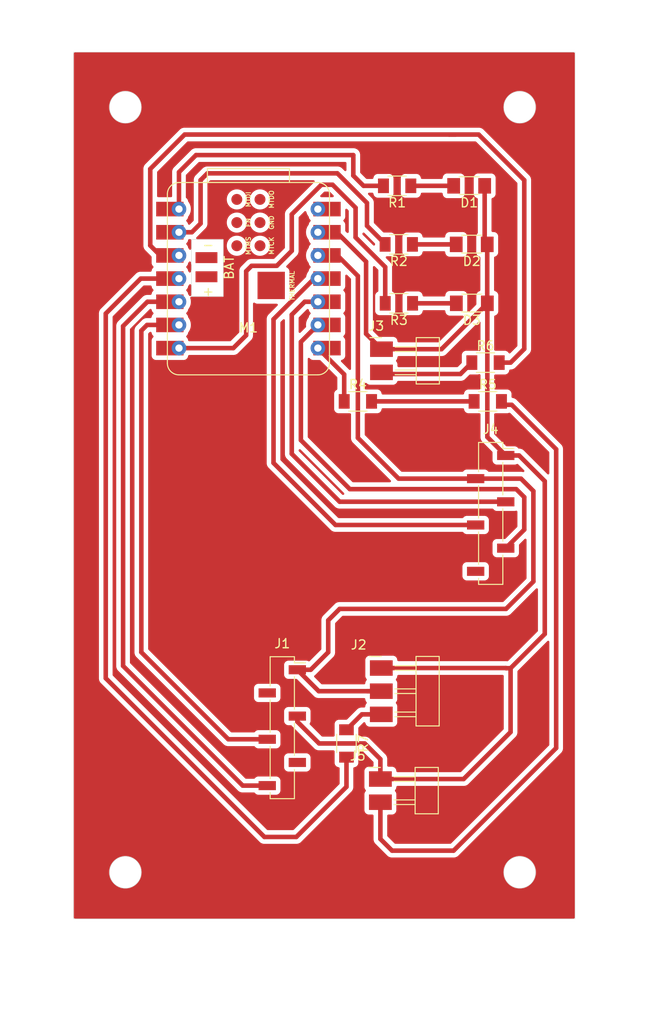
<source format=kicad_pcb>
(kicad_pcb
	(version 20241229)
	(generator "pcbnew")
	(generator_version "9.0")
	(general
		(thickness 1.6)
		(legacy_teardrops no)
	)
	(paper "A4")
	(layers
		(0 "F.Cu" signal)
		(2 "B.Cu" signal)
		(9 "F.Adhes" user "F.Adhesive")
		(11 "B.Adhes" user "B.Adhesive")
		(13 "F.Paste" user)
		(15 "B.Paste" user)
		(5 "F.SilkS" user "F.Silkscreen")
		(7 "B.SilkS" user "B.Silkscreen")
		(1 "F.Mask" user)
		(3 "B.Mask" user)
		(17 "Dwgs.User" user "User.Drawings")
		(19 "Cmts.User" user "User.Comments")
		(21 "Eco1.User" user "User.Eco1")
		(23 "Eco2.User" user "User.Eco2")
		(25 "Edge.Cuts" user)
		(27 "Margin" user)
		(31 "F.CrtYd" user "F.Courtyard")
		(29 "B.CrtYd" user "B.Courtyard")
		(35 "F.Fab" user)
		(33 "B.Fab" user)
		(39 "User.1" user)
		(41 "User.2" user)
		(43 "User.3" user)
		(45 "User.4" user)
	)
	(setup
		(stackup
			(layer "F.SilkS"
				(type "Top Silk Screen")
			)
			(layer "F.Paste"
				(type "Top Solder Paste")
			)
			(layer "F.Mask"
				(type "Top Solder Mask")
				(thickness 0.01)
			)
			(layer "F.Cu"
				(type "copper")
				(thickness 0.035)
			)
			(layer "dielectric 1"
				(type "core")
				(thickness 1.51)
				(material "FR4")
				(epsilon_r 4.5)
				(loss_tangent 0.02)
			)
			(layer "B.Cu"
				(type "copper")
				(thickness 0.035)
			)
			(layer "B.Mask"
				(type "Bottom Solder Mask")
				(thickness 0.01)
			)
			(layer "B.Paste"
				(type "Bottom Solder Paste")
			)
			(layer "B.SilkS"
				(type "Bottom Silk Screen")
			)
			(copper_finish "None")
			(dielectric_constraints no)
		)
		(pad_to_mask_clearance 0)
		(allow_soldermask_bridges_in_footprints no)
		(tenting front back)
		(pcbplotparams
			(layerselection 0x00000000_00000000_55555555_57555551)
			(plot_on_all_layers_selection 0x00000000_00000000_00000000_00000000)
			(disableapertmacros no)
			(usegerberextensions no)
			(usegerberattributes yes)
			(usegerberadvancedattributes yes)
			(creategerberjobfile yes)
			(dashed_line_dash_ratio 12.000000)
			(dashed_line_gap_ratio 3.000000)
			(svgprecision 4)
			(plotframeref no)
			(mode 1)
			(useauxorigin no)
			(hpglpennumber 1)
			(hpglpenspeed 20)
			(hpglpendiameter 15.000000)
			(pdf_front_fp_property_popups yes)
			(pdf_back_fp_property_popups yes)
			(pdf_metadata yes)
			(pdf_single_document no)
			(dxfpolygonmode yes)
			(dxfimperialunits yes)
			(dxfusepcbnewfont yes)
			(psnegative no)
			(psa4output no)
			(plot_black_and_white yes)
			(plotinvisibletext no)
			(sketchpadsonfab no)
			(plotpadnumbers no)
			(hidednponfab no)
			(sketchdnponfab yes)
			(crossoutdnponfab yes)
			(subtractmaskfromsilk no)
			(outputformat 5)
			(mirror no)
			(drillshape 0)
			(scaleselection 1)
			(outputdirectory "../../OneDrive/Desktop/Al-Haitham 1 Rocket/PCB/")
		)
	)
	(net 0 "")
	(net 1 "unconnected-(M1-BAT_GND-Pad15)")
	(net 2 "unconnected-(M1-5V-Pad14)")
	(net 3 "unconnected-(M1-THERMAL-Pad23)")
	(net 4 "unconnected-(M1-MTMS-Pad19)")
	(net 5 "unconnected-(M1-BAT_VIN-Pad16)")
	(net 6 "unconnected-(M1-MTDO-Pad22)")
	(net 7 "unconnected-(M1-MTDI-Pad17)")
	(net 8 "unconnected-(M1-EN-Pad18)")
	(net 9 "unconnected-(M1-MTCK-Pad20)")
	(net 10 "Net-(D1-A)")
	(net 11 "Net-(D2-A)")
	(net 12 "Net-(D3-A)")
	(net 13 "unconnected-(J4-CS-Pad6)")
	(net 14 "unconnected-(J1-3Vo-Pad2)")
	(net 15 "unconnected-(J1-SDO-Pad5)")
	(net 16 "Net-(J4-MISO)")
	(net 17 "Net-(J4-SCK)")
	(net 18 "Net-(J4-MOSI)")
	(net 19 "unconnected-(M1-GND-Pad21)")
	(net 20 "Net-(D1-K)")
	(net 21 "Net-(J1-VIN)")
	(net 22 "Net-(J1-SDI)")
	(net 23 "Net-(J1-SCK)")
	(net 24 "Net-(M1-D3)")
	(net 25 "Net-(J3-VCC)")
	(net 26 "Net-(J5-VCC)")
	(net 27 "Net-(M1-D6)")
	(net 28 "Net-(M1-D1)")
	(net 29 "Net-(M1-D0)")
	(net 30 "Net-(M1-D7)")
	(net 31 "Net-(R4-Pad2)")
	(net 32 "Net-(M1-D2)")
	(net 33 "Net-(J2-Pad3)")
	(footprint "Fab Academy 2025:R_1206" (layer "F.Cu") (at 121 104.75))
	(footprint "Fab Academy 2025:LED_1206" (layer "F.Cu") (at 133.2075 81.12 180))
	(footprint "Fab Academy 2025:PinHeader_01x02_P2.54mm_Horizontal_SMD" (layer "F.Cu") (at 123.59 99.03))
	(footprint "Fab Academy 2025:R_1206" (layer "F.Cu") (at 125.4875 87.54 180))
	(footprint "Fab Academy 2025:R_1206" (layer "F.Cu") (at 135 100.5))
	(footprint "Fab Academy 2025:LED_1206" (layer "F.Cu") (at 133.4875 87.54 180))
	(footprint "Fab Academy 2025:SeeedStudio_XIAO_ESP32C3" (layer "F.Cu") (at 108.995 91.29))
	(footprint "Fab Academy 2025:R_1206" (layer "F.Cu") (at 125.3075 81.12 180))
	(footprint "Fab Academy 2025:PinHeader_01x02_P2.54mm_Horizontal_SMD" (layer "F.Cu") (at 123.47 146.15))
	(footprint "Fab Academy 2025:LED_1206" (layer "F.Cu") (at 133.5 94 180))
	(footprint "Fab Academy 2025:R_1206" (layer "F.Cu") (at 135.25 104.75))
	(footprint "Fab Academy 2025:R_1206" (layer "F.Cu") (at 119.75 142.25 -90))
	(footprint "Connector_PinSocket_2.54mm:PinSocket_1x06_P2.54mm_Vertical_SMD_Pin1Right" (layer "F.Cu") (at 135.57 117.03))
	(footprint "Fab Academy 2025:R_1206" (layer "F.Cu") (at 125.5 94 180))
	(footprint "Connector_PinSocket_2.54mm:PinSocket_1x06_P2.54mm_Vertical_SMD_Pin1Right" (layer "F.Cu") (at 112.71 140.52))
	(footprint "Fab Academy 2025:PinHeader_01x03_P2.54mm_Horizontal_SMD" (layer "F.Cu") (at 123.57 133.98))
	(gr_rect
		(start 102.75 87)
		(end 106.246 93.25)
		(stroke
			(width 0.05)
			(type default)
		)
		(fill no)
		(layer "Edge.Cuts")
		(uuid "324fec8a-d613-4fa3-825b-5775dd908f8d")
	)
	(gr_circle
		(center 138.75 156.37)
		(end 140.5 156.37)
		(stroke
			(width 0.05)
			(type solid)
		)
		(fill no)
		(layer "Edge.Cuts")
		(uuid "589d5bd4-8139-4725-b19a-0533de6562b9")
	)
	(gr_circle
		(center 138.75 72.5)
		(end 140.5 72.5)
		(stroke
			(width 0.05)
			(type solid)
		)
		(fill no)
		(layer "Edge.Cuts")
		(uuid "6d44977f-5175-4653-b845-0d32fea0f7ef")
	)
	(gr_rect
		(start 89.82 66.47)
		(end 144.82 161.47)
		(stroke
			(width 0.05)
			(type solid)
		)
		(fill no)
		(layer "Edge.Cuts")
		(uuid "7e1efb48-5e5d-4e17-8dbc-13f8893448c6")
	)
	(gr_circle
		(center 95.5 72.5)
		(end 97.25 72.5)
		(stroke
			(width 0.05)
			(type solid)
		)
		(fill no)
		(layer "Edge.Cuts")
		(uuid "abf9fa0a-99c0-490f-a029-b0fad4512827")
	)
	(gr_circle
		(center 95.5 156.37)
		(end 97.25 156.37)
		(stroke
			(width 0.05)
			(type solid)
		)
		(fill no)
		(layer "Edge.Cuts")
		(uuid "c914296c-0138-4e9e-adaa-2c9bd3d59a43")
	)
	(segment
		(start 126.8075 81.12)
		(end 131.5075 81.12)
		(width 0.5)
		(layer "F.Cu")
		(net 10)
		(uuid "b8f6c6f3-5bf2-4b01-9568-ac639194362a")
	)
	(segment
		(start 126.9875 87.54)
		(end 131.7875 87.54)
		(width 0.5)
		(layer "F.Cu")
		(net 11)
		(uuid "3864edda-5049-4933-9099-a8527ffd3b71")
	)
	(segment
		(start 127 94)
		(end 131.8 94)
		(width 0.5)
		(layer "F.Cu")
		(net 12)
		(uuid "1633af43-0f27-479c-ab59-03fa48c5461c")
	)
	(segment
		(start 115.17 93.83)
		(end 116.615 93.83)
		(width 0.5)
		(layer "F.Cu")
		(net 16)
		(uuid "605e0a2a-16be-4262-a0a1-c2a36640eef6")
	)
	(segment
		(start 113.75 95.25)
		(end 115.17 93.83)
		(width 0.5)
		(layer "F.Cu")
		(net 16)
		(uuid "6165a624-eac0-49c8-a893-e5161e6b7ac2")
	)
	(segment
		(start 119 115.75)
		(end 113.75 110.5)
		(width 0.5)
		(layer "F.Cu")
		(net 16)
		(uuid "86bf8a87-5c40-427f-98c3-283401aa751e")
	)
	(segment
		(start 113.75 110.5)
		(end 113.75 95.25)
		(width 0.5)
		(layer "F.Cu")
		(net 16)
		(uuid "8bdf3c2e-f575-4e6f-a1f6-8e82ac758419")
	)
	(segment
		(start 137.22 115.76)
		(end 137.21 115.75)
		(width 0.5)
		(layer "F.Cu")
		(net 16)
		(uuid "b77d0dfe-44a3-4258-960c-2de92774ea30")
	)
	(segment
		(start 137.21 115.75)
		(end 119 115.75)
		(width 0.5)
		(layer "F.Cu")
		(net 16)
		(uuid "dd3d3004-ae66-491d-bd7d-c7567fbdd720")
	)
	(segment
		(start 120.121 114.371)
		(end 114.75 109)
		(width 0.5)
		(layer "F.Cu")
		(net 17)
		(uuid "3723b474-d00e-403e-b925-a1d37dc85a07")
	)
	(segment
		(start 138.371 114.371)
		(end 120.121 114.371)
		(width 0.5)
		(layer "F.Cu")
		(net 17)
		(uuid "8cc1e5bb-7a15-465e-92cb-2b2e980dee8b")
	)
	(segment
		(start 114.75 109)
		(end 114.75 98.235)
		(width 0.5)
		(layer "F.Cu")
		(net 17)
		(uuid "937ea70b-53d1-4198-8f72-5361de70439c")
	)
	(segment
		(start 137.22 120.84)
		(end 139.25 118.81)
		(width 0.5)
		(layer "F.Cu")
		(net 17)
		(uuid "bccd9006-11a5-4b29-a978-1653edd58ad0")
	)
	(segment
		(start 114.75 98.235)
		(end 116.615 96.37)
		(width 0.5)
		(layer "F.Cu")
		(net 17)
		(uuid "d3774353-50e8-4455-8e8e-87fa2b16a5dd")
	)
	(segment
		(start 139.25 115.25)
		(end 138.371 114.371)
		(width 0.5)
		(layer "F.Cu")
		(net 17)
		(uuid "e05529a6-433f-4d26-baeb-f5a2b723b003")
	)
	(segment
		(start 139.25 118.81)
		(end 139.25 115.25)
		(width 0.5)
		(layer "F.Cu")
		(net 17)
		(uuid "f9d31b11-2a12-42be-b2a4-9a359f95c442")
	)
	(segment
		(start 111.75 95.75)
		(end 116.21 91.29)
		(width 0.5)
		(layer "F.Cu")
		(net 18)
		(uuid "1c06aad3-4611-40d6-b59c-14ccda0f5857")
	)
	(segment
		(start 116.21 91.29)
		(end 116.615 91.29)
		(width 0.5)
		(layer "F.Cu")
		(net 18)
		(uuid "20df3d5f-eccc-4be2-a049-7fbf0ba7f344")
	)
	(segment
		(start 133.92 118.3)
		(end 118.55 118.3)
		(width 0.5)
		(layer "F.Cu")
		(net 18)
		(uuid "2339d014-3eb6-4cbb-b13e-9d50666cb847")
	)
	(segment
		(start 111.75 111.5)
		(end 111.75 95.75)
		(width 0.5)
		(layer "F.Cu")
		(net 18)
		(uuid "a8b9fb71-c0f3-4dfc-99c3-e0e79f0d7386")
	)
	(segment
		(start 118.55 118.3)
		(end 111.75 111.5)
		(width 0.5)
		(layer "F.Cu")
		(net 18)
		(uuid "ba880094-5285-4524-bff4-83589b0d7550")
	)
	(segment
		(start 121.900999 97.340999)
		(end 121.900999 89.433999)
		(width 0.5)
		(layer "F.Cu")
		(net 20)
		(uuid "052a86ba-e0e7-4428-b706-3c6e5c5a5e36")
	)
	(segment
		(start 141.5 113.5)
		(end 141.5 130.25)
		(width 0.5)
		(layer "F.Cu")
		(net 20)
		(uuid "0b5f64ee-d275-405c-8899-1a3433e82ff5")
	)
	(segment
		(start 114.36 139.25)
		(end 114.36 139.86)
		(width 0.5)
		(layer "F.Cu")
		(net 20)
		(uuid "0b6370ff-3bf4-4c9e-803f-04c5cdfd9a38")
	)
	(segment
		(start 121.75 142.25)
		(end 123.47 143.97)
		(width 0.5)
		(layer "F.Cu")
		(net 20)
		(uuid "0c6175c3-14d1-4168-903b-feb07076d26f")
	)
	(segment
		(start 138.68 110.68)
		(end 141.5 113.5)
		(width 0.5)
		(layer "F.Cu")
		(net 20)
		(uuid "11e903da-68ee-45dd-82f1-dd0dfbf2c731")
	)
	(segment
		(start 116.75 142.25)
		(end 121.75 142.25)
		(width 0.5)
		(layer "F.Cu")
		(net 20)
		(uuid "12ef6f12-5de6-490f-8f56-ced439fd8b1f")
	)
	(segment
		(start 135.2 94)
		(end 135.2 108.66)
		(width 0.5)
		(layer "F.Cu")
		(net 20)
		(uuid "2f6d6f14-c53b-42a7-85c7-55dfd776a28b")
	)
	(segment
		(start 135.2 108.66)
		(end 137.22 110.68)
		(width 0.5)
		(layer "F.Cu")
		(net 20)
		(uuid "36fbdbf0-41d2-4295-86db-35b4d1084bf9")
	)
	(segment
		(start 132.6 146.15)
		(end 137.75 141)
		(width 0.5)
		(layer "F.Cu")
		(net 20)
		(uuid "51582089-a01d-499d-b7c9-4bae19116b4f")
	)
	(segment
		(start 137.22 110.68)
		(end 138.68 110.68)
		(width 0.5)
		(layer "F.Cu")
		(net 20)
		(uuid "650067f5-fffa-4b47-a176-cf8ddca76e56")
	)
	(segment
		(start 123.59 99.03)
		(end 121.900999 97.340999)
		(width 0.5)
		(layer "F.Cu")
		(net 20)
		(uuid "8df08e83-158f-44e1-9eb8-d1c844982139")
	)
	(segment
		(start 121.900999 89.433999)
		(end 118.677 86.21)
		(width 0.5)
		(layer "F.Cu")
		(net 20)
		(uuid "8ed21bae-4ddb-49b9-8626-5884616a8288")
	)
	(segment
		(start 135.1875 93.9875)
		(end 135.2 94)
		(width 0.5)
		(layer "F.Cu")
		(net 20)
		(uuid "8fef09c3-4a82-49e5-b4f8-a5bf4491fe94")
	)
	(segment
		(start 137.23 133.98)
		(end 123.57 133.98)
		(width 0.5)
		(layer "F.Cu")
		(net 20)
		(uuid "9fd6cbdd-e276-4078-8d9e-3199b7d15df8")
	)
	(segment
		(start 137.25 134)
		(end 137.23 133.98)
		(width 0.5)
		(layer "F.Cu")
		(net 20)
		(uuid "a0ff877c-d58b-488c-9363-26725f69eaa5")
	)
	(segment
		(start 123.59 99.03)
		(end 130.17 99.03)
		(width 0.5)
		(layer "F.Cu")
		(net 20)
		(uuid "af6149ea-c3bf-469b-9877-cea507405aa9")
	)
	(segment
		(start 123.47 146.15)
		(end 132.6 146.15)
		(width 0.5)
		(layer "F.Cu")
		(net 20)
		(uuid "c3a903a5-a039-4719-9498-29cf69e7ca8f")
	)
	(segment
		(start 130.17 99.03)
		(end 135.2 94)
		(width 0.5)
		(layer "F.Cu")
		(net 20)
		(uuid "c6cb7f62-10c7-4d70-ba8c-1c9b00910471")
	)
	(segment
		(start 137.75 141)
		(end 137.75 134)
		(width 0.5)
		(layer "F.Cu")
		(net 20)
		(uuid "caba406d-94a1-4525-bebb-13a84b18d728")
	)
	(segment
		(start 141.5 130.25)
		(end 137.75 134)
		(width 0.5)
		(layer "F.Cu")
		(net 20)
		(uuid "cb89d2b6-87cd-4854-a981-2c48079cb7c2")
	)
	(segment
		(start 123.47 143.97)
		(end 123.47 146.15)
		(width 0.5)
		(layer "F.Cu")
		(net 20)
		(uuid "d0184cbb-b5ce-4e53-9a70-d22d7361d1ac")
	)
	(segment
		(start 134.9075 81.12)
		(end 134.9075 87.26)
		(width 0.5)
		(layer "F.Cu")
		(net 20)
		(uuid "daf32ab6-d784-4bf1-a342-bc58ebed21fe")
	)
	(segment
		(start 135.1875 87.54)
		(end 135.1875 93.9875)
		(width 0.5)
		(layer "F.Cu")
		(net 20)
		(uuid "dbc81887-40a1-4e22-83f7-b37195b88e3c")
	)
	(segment
		(start 137.75 134)
		(end 137.25 134)
		(width 0.5)
		(layer "F.Cu")
		(net 20)
		(uuid "eacf8283-f29c-4195-b3b0-47f8a34052e9")
	)
	(segment
		(start 114.36 139.86)
		(end 116.75 142.25)
		(width 0.5)
		(layer "F.Cu")
		(net 20)
		(uuid "ead355cf-b25e-4456-9038-d46a2bc474f9")
	)
	(segment
		(start 134.9075 87.26)
		(end 135.1875 87.54)
		(width 0.5)
		(layer "F.Cu")
		(net 20)
		(uuid "f393e014-7756-4797-b37c-6caf26aacc96")
	)
	(segment
		(start 118.677 86.21)
		(end 116.615 86.21)
		(width 0.5)
		(layer "F.Cu")
		(net 20)
		(uuid "f89b306d-198e-43e3-bc82-6921633b6afe")
	)
	(segment
		(start 117.75 132.25)
		(end 117.75 128.75)
		(width 0.5)
		(layer "F.Cu")
		(net 21)
		(uuid "16f2895d-e83f-4ff6-98e1-7489fb71a501")
	)
	(segment
		(start 125.47 113.22)
		(end 121 108.75)
		(width 0.5)
		(layer "F.Cu")
		(net 21)
		(uuid "24115f69-29c7-4cbe-bed7-f2fbeff5889d")
	)
	(segment
		(start 140.25 114.581)
		(end 138.889 113.22)
		(width 0.5)
		(layer "F.Cu")
		(net 21)
		(uuid "2da56d94-f822-458c-b006-e0a734f9279c")
	)
	(segment
		(start 138.889 113.22)
		(end 133.92 113.22)
		(width 0.5)
		(layer "F.Cu")
		(net 21)
		(uuid "3c6baae4-aa23-4c27-823d-5c4a0df6cfae")
	)
	(segment
		(start 117.75 128.75)
		(end 119 127.5)
		(width 0.5)
		(layer "F.Cu")
		(net 21)
		(uuid "4f5e4dcc-3818-4aa2-820d-d23884d8830c")
	)
	(segment
		(start 116.71 136.52)
		(end 123.57 136.52)
		(width 0.5)
		(layer "F.Cu")
		(net 21)
		(uuid "6091c3bb-e231-4720-96ee-870e8b30a178")
	)
	(segment
		(start 121 108.75)
		(end 121 91)
		(width 0.5)
		(layer "F.Cu")
		(net 21)
		(uuid "6335cd69-285c-4065-a2e8-736f10c55f26")
	)
	(segment
		(start 133.92 113.22)
		(end 125.47 113.22)
		(width 0.5)
		(layer "F.Cu")
		(net 21)
		(uuid "6d5b181a-b244-4165-8eba-b78cde92d0ea")
	)
	(segment
		(start 115.83 134.17)
		(end 117.75 132.25)
		(width 0.5)
		(layer "F.Cu")
		(net 21)
		(uuid "7016fefd-797f-462b-b0fe-ec69d39ad5ed")
	)
	(segment
		(start 118.75 88.75)
		(end 116.615 88.75)
		(width 0.5)
		(layer "F.Cu")
		(net 21)
		(uuid "787c490f-8649-4070-b3b1-8a48437273e3")
	)
	(segment
		(start 123.57 136.52)
		(end 122.02 136.52)
		(width 0.5)
		(layer "F.Cu")
		(net 21)
		(uuid "7b817702-0bbe-4a47-b603-455bfe330e2e")
	)
	(segment
		(start 114.36 134.17)
		(end 116.71 136.52)
		(width 0.5)
		(layer "F.Cu")
		(net 21)
		(uuid "86a0d88e-8fc6-4f35-b5d4-200724dd473a")
	)
	(segment
		(start 114.36 134.17)
		(end 115.83 134.17)
		(width 0.5)
		(layer "F.Cu")
		(net 21)
		(uuid "86c1a3cd-6fb1-459a-9e21-85b64c51d358")
	)
	(segment
		(start 121 91)
		(end 118.75 88.75)
		(width 0.5)
		(layer "F.Cu")
		(net 21)
		(uuid "87b6faaf-cda2-4190-8e0f-77e6fe254e16")
	)
	(segment
		(start 119 127.5)
		(end 137.25 127.5)
		(width 0.5)
		(layer "F.Cu")
		(net 21)
		(uuid "bef33a39-3d10-456d-bbe7-a5a246be4459")
	)
	(segment
		(start 140.25 124.5)
		(end 140.25 114.581)
		(width 0.5)
		(layer "F.Cu")
		(net 21)
		(uuid "cd6eab24-d08d-4bda-81f6-79a1d3ae4cb9")
	)
	(segment
		(start 137.25 127.5)
		(end 140.25 124.5)
		(width 0.5)
		(layer "F.Cu")
		(net 21)
		(uuid "f2549232-5ec7-445f-b002-12682a6cf8d3")
	)
	(segment
		(start 95.25 96.5)
		(end 97.92 93.83)
		(width 0.5)
		(layer "F.Cu")
		(net 22)
		(uuid "2e8e5b0c-602f-4f09-8607-9000a585cd98")
	)
	(segment
		(start 97.92 93.83)
		(end 101.38 93.83)
		(width 0.5)
		(layer "F.Cu")
		(net 22)
		(uuid "6375ed9f-28ff-4b45-a361-f0bb7400adcf")
	)
	(segment
		(start 108.37 146.87)
		(end 95.25 133.75)
		(width 0.5)
		(layer "F.Cu")
		(net 22)
		(uuid "6aefb545-69b0-488a-b7ce-be726fedeaab")
	)
	(segment
		(start 111.06 146.87)
		(end 108.37 146.87)
		(width 0.5)
		(layer "F.Cu")
		(net 22)
		(uuid "809a1f1d-ead8-4f49-bef6-905b20c319d5")
	)
	(segment
		(start 95.25 133.75)
		(end 95.25 96.5)
		(width 0.5)
		(layer "F.Cu")
		(net 22)
		(uuid "fb36fdf1-e9f6-4041-bc9c-244f44b2a581")
	)
	(segment
		(start 97.88 96.37)
		(end 101.38 96.37)
		(width 0.5)
		(layer "F.Cu")
		(net 23)
		(uuid "323855e0-df8f-4805-8600-bd755364cb0a")
	)
	(segment
		(start 111.06 141.79)
		(end 106.79 141.79)
		(width 0.5)
		(layer "F.Cu")
		(net 23)
		(uuid "4f9936c0-ba0b-4678-a61e-11fa467a652f")
	)
	(segment
		(start 97.25 97)
		(end 97.88 96.37)
		(width 0.5)
		(layer "F.Cu")
		(net 23)
		(uuid "6739c511-1d45-40fe-b21a-97123b946846")
	)
	(segment
		(start 106.79 141.79)
		(end 97.25 132.25)
		(width 0.5)
		(layer "F.Cu")
		(net 23)
		(uuid "a84f487c-c6a8-4a2f-9a3e-19b4cbc53f75")
	)
	(segment
		(start 97.25 132.25)
		(end 97.25 97)
		(width 0.5)
		(layer "F.Cu")
		(net 23)
		(uuid "d2431119-7ed5-4c97-87a1-5c827ef72a12")
	)
	(segment
		(start 110.75 152.5)
		(end 93.349 135.099)
		(width 0.5)
		(layer "F.Cu")
		(net 24)
		(uuid "1caa1049-1682-4cf1-8d04-478afebfffaa")
	)
	(segment
		(start 114.25 152.5)
		(end 110.75 152.5)
		(width 0.5)
		(layer "F.Cu")
		(net 24)
		(uuid "55dbf32a-206f-4ef5-b35e-a4700b81feeb")
	)
	(segment
		(start 97.185794 91.29)
		(end 101.38 91.29)
		(width 0.5)
		(layer "F.Cu")
		(net 24)
		(uuid "671ba8d9-83ef-40f1-bcfc-cd0136b47095")
	)
	(segment
		(start 114.25 152.5)
		(end 119.75 147)
		(width 0.5)
		(layer "F.Cu")
		(net 24)
		(uuid "68b5e57b-dc72-4a7b-8613-e84052b8b437")
	)
	(segment
		(start 93.349 135.099)
		(end 93.349 95.126794)
		(width 0.5)
		(layer "F.Cu")
		(net 24)
		(uuid "6fc0b0af-9483-4b29-8c11-b0bcc2fff45c")
	)
	(segment
		(start 119.75 147)
		(end 119.75 143.75)
		(width 0.5)
		(layer "F.Cu")
		(net 24)
		(uuid "9873bfa8-944d-44bd-80b4-6cc466297587")
	)
	(segment
		(start 93.349 95.126794)
		(end 97.185794 91.29)
		(width 0.5)
		(layer "F.Cu")
		(net 24)
		(uuid "a5d944af-9794-4373-b8db-50ef8883a412")
	)
	(segment
		(start 133.5 100.5)
		(end 132.25 101.75)
		(width 0.5)
		(layer "F.Cu")
		(net 25)
		(uuid "24d60b59-c4e0-45dd-b256-2fdbf9c47463")
	)
	(segment
		(start 123.77 101.75)
		(end 123.59 101.57)
		(width 0.5)
		(layer "F.Cu")
		(net 25)
		(uuid "a9802eb2-de02-4b30-bc28-8fb8fe899ee1")
	)
	(segment
		(start 132.25 101.75)
		(end 123.77 101.75)
		(width 0.5)
		(layer "F.Cu")
		(net 25)
		(uuid "e22f25cd-0cbd-4049-bba9-c00b7aeb5589")
	)
	(segment
		(start 137.875 105.125)
		(end 137.125 105.125)
		(width 0.5)
		(layer "F.Cu")
		(net 26)
		(uuid "1c8ab3d0-1192-4f1f-8dd2-828a25be399b")
	)
	(segment
		(start 123.47 148.69)
		(end 123.47 152.72)
		(width 0.5)
		(layer "F.Cu")
		(net 26)
		(uuid "6d217890-d8e4-4006-b95a-342a2c0668b8")
	)
	(segment
		(start 142.75 110)
		(end 137.875 105.125)
		(width 0.5)
		(layer "F.Cu")
		(net 26)
		(uuid "6ea20add-ab4a-4258-81f7-4ab18090cdbc")
	)
	(segment
		(start 142.75 142.75)
		(end 142.75 110)
		(width 0.5)
		(layer "F.Cu")
		(net 26)
		(uuid "97ae6bd4-ea32-459f-bfec-7406cbb9ce39")
	)
	(segment
		(start 137.125 105.125)
		(end 136.75 104.75)
		(width 0.5)
		(layer "F.Cu")
		(net 26)
		(uuid "a4d69929-687d-4675-a46a-1c360168b0cb")
	)
	(segment
		(start 124.75 154)
		(end 131.5 154)
		(width 0.5)
		(layer "F.Cu")
		(net 26)
		(uuid "bd94f112-437f-4e45-92bb-6dff4e689936")
	)
	(segment
		(start 123.47 152.72)
		(end 124.75 154)
		(width 0.5)
		(layer "F.Cu")
		(net 26)
		(uuid "cf19e564-5304-4631-8781-9d52995d5019")
	)
	(segment
		(start 131.5 154)
		(end 142.75 142.75)
		(width 0.5)
		(layer "F.Cu")
		(net 26)
		(uuid "e67be8da-e044-413d-9cf9-6c35fd785fc1")
	)
	(segment
		(start 123.47 148.69)
		(end 122.608 148.69)
		(width 0.5)
		(layer "F.Cu")
		(net 26)
		(uuid "eb6514b0-ed85-400b-8c8c-f9b292a7babc")
	)
	(segment
		(start 101.38 98.91)
		(end 107.34 98.91)
		(width 0.5)
		(layer "F.Cu")
		(net 27)
		(uuid "16d9c721-0679-466a-8b64-2e2e3b677bd5")
	)
	(segment
		(start 107.34 98.91)
		(end 108.75 97.5)
		(width 0.5)
		(layer "F.Cu")
		(net 27)
		(uuid "17254517-695f-4b3f-8e8d-7d2ac8690921")
	)
	(segment
		(start 120.75 83.524206)
		(end 118.225794 81)
		(width 0.5)
		(layer "F.Cu")
		(net 27)
		(uuid "43efdf00-7bc0-4c05-addb-0ef8370284eb")
	)
	(segment
		(start 118.225794 81)
		(end 117 81)
		(width 0.5)
		(layer "F.Cu")
		(net 27)
		(uuid "5229cd31-e45f-4c2d-8486-eadfe7077f15")
	)
	(segment
		(start 117 81)
		(end 113.75 84.25)
		(width 0.5)
		(layer "F.Cu")
		(net 27)
		(uuid "74ad749f-6afb-4173-865c-a569a5e14f00")
	)
	(segment
		(start 120.75 86.774206)
		(end 120.75 83.524206)
		(width 0.5)
		(layer "F.Cu")
		(net 27)
		(uuid "7c1e8185-7630-4bb1-bd95-98fc7768ccd9")
	)
	(segment
		(start 124 90.024206)
		(end 120.75 86.774206)
		(width 0.5)
		(layer "F.Cu")
		(net 27)
		(uuid "895d9f68-7e13-47bd-aca4-f2ae2d34d893")
	)
	(segment
		(start 124 94)
		(end 124 90.024206)
		(width 0.5)
		(layer "F.Cu")
		(net 27)
		(uuid "9d06d733-5fbf-4a6e-b46a-ac932787bb9f")
	)
	(segment
		(start 113.75 84.25)
		(end 113.75 88.25)
		(width 0.5)
		(layer "F.Cu")
		(net 27)
		(uuid "e14016ec-fb9f-4017-acb2-4598928e9b61")
	)
	(segment
		(start 113.75 88.25)
		(end 112.111 89.889)
		(width 0.5)
		(layer "F.Cu")
		(net 27)
		(uuid "ea1e2aea-ae38-431b-9f8d-dd0547315171")
	)
	(segment
		(start 108.75 90.483)
		(end 108.75 97.5)
		(width 0.5)
		(layer "F.Cu")
		(net 27)
		(uuid "ed00185f-a7d1-4ded-a718-e2de8ab2ff86")
	)
	(segment
		(start 112.111 89.889)
		(end 109.344 89.889)
		(width 0.5)
		(layer "F.Cu")
		(net 27)
		(uuid "f72a4948-e171-4024-9eee-dbff886cfe0e")
	)
	(segment
		(start 109.344 89.889)
		(end 108.75 90.483)
		(width 0.5)
		(layer "F.Cu")
		(net 27)
		(uuid "f7995d78-71b7-45a3-9a96-f98e518f689a")
	)
	(segment
		(start 123.9875 87.54)
		(end 123.9875 87.4875)
		(width 0.5)
		(layer "F.Cu")
		(net 28)
		(uuid "17fccb45-d91d-4683-bed4-e9de8aac6bc2")
	)
	(segment
		(start 103.75 80.5)
		(end 103.75 85.25)
		(width 0.5)
		(layer "F.Cu")
		(net 28)
		(uuid "471636a6-b03a-47ae-9725-ecad3e612f43")
	)
	(segment
		(start 123.9875 87.4875)
		(end 122 85.5)
		(width 0.5)
		(layer "F.Cu")
		(net 28)
		(uuid "49834b77-75fa-402c-8eda-4dea2fe3d09e")
	)
	(segment
		(start 118.75 79.75)
		(end 104.5 79.75)
		(width 0.5)
		(layer "F.Cu")
		(net 28)
		(uuid "4abc523e-ed81-480b-b1a1-6038cd614d32")
	)
	(segment
		(start 103.75 85.25)
		(end 102.79 86.21)
		(width 0.5)
		(layer "F.Cu")
		(net 28)
		(uuid "90804e34-1157-4a05-8c4d-64fa4255de3d")
	)
	(segment
		(start 104.5 79.75)
		(end 103.75 80.5)
		(width 0.5)
		(layer "F.Cu")
		(net 28)
		(uuid "b0786d36-e35c-4ecc-b2f8-cce281083b40")
	)
	(segment
		(start 122 85.5)
		(end 122 83)
		(width 0.5)
		(layer "F.Cu")
		(net 28)
		(uuid "b5728005-2bfe-41d3-bfcf-2caea3d4707e")
	)
	(segment
		(start 102.79 86.21)
		(end 101.38 86.21)
		(width 0.5)
		(layer "F.Cu")
		(net 28)
		(uuid "df0476af-f1ee-479b-aa6a-1b15cff7a0ea")
	)
	(segment
		(start 122 83)
		(end 118.75 79.75)
		(width 0.5)
		(layer "F.Cu")
		(net 28)
		(uuid "f1db73ea-28e0-4337-8cbc-98767faa8e43")
	)
	(segment
		(start 120.5 80)
		(end 120.5 77.75)
		(width 0.5)
		(layer "F.Cu")
		(net 29)
		(uuid "688401cb-e660-4f27-86c5-d77b84b7ea98")
	)
	(segment
		(start 103.25 77.75)
		(end 101.38 79.62)
		(width 0.5)
		(layer "F.Cu")
		(net 29)
		(uuid "7f41c1da-1617-48c1-bbd6-21e7ae242a76")
	)
	(segment
		(start 121.62 81.12)
		(end 120.5 80)
		(width 0.5)
		(layer "F.Cu")
		(net 29)
		(uuid "9200f19a-18ac-4187-88e2-34b252609f83")
	)
	(segment
		(start 101.38 79.62)
		(end 101.38 83.67)
		(width 0.5)
		(layer "F.Cu")
		(net 29)
		(uuid "d3263824-8a12-47cc-9c90-a168508eb811")
	)
	(segment
		(start 123.8075 81.12)
		(end 121.62 81.12)
		(width 0.5)
		(layer "F.Cu")
		(net 29)
		(uuid "d4575e47-c34a-4fcc-9f62-f5ff28f8ab55")
	)
	(segment
		(start 120.5 77.75)
		(end 103.25 77.75)
		(width 0.5)
		(layer "F.Cu")
		(net 29)
		(uuid "e271e9d3-bc82-4bca-8fd8-c11b10c4251d")
	)
	(segment
		(start 119.5 104.75)
		(end 119.5 101.795)
		(width 0.5)
		(layer "F.Cu")
		(net 30)
		(uuid "6332e01d-be6e-4a73-b5ef-9f956ee4ffad")
	)
	(segment
		(start 119.5 101.795)
		(end 116.615 98.91)
		(width 0.5)
		(layer "F.Cu")
		(net 30)
		(uuid "ae073b7a-d85e-4aa3-ad20-ed056301fd0e")
	)
	(segment
		(start 133.75 104.75)
		(end 122.5 104.75)
		(width 0.5)
		(layer "F.Cu")
		(net 31)
		(uuid "309605b5-511b-48bd-822e-01f7372ce318")
	)
	(segment
		(start 139.25 99)
		(end 137.75 100.5)
		(width 0.5)
		(layer "F.Cu")
		(net 32)
		(uuid "1a9e2016-323c-4578-be7d-4fb7371e6b4b")
	)
	(segment
		(start 98.229 79.271)
		(end 102 75.5)
		(width 0.5)
		(layer "F.Cu")
		(net 32)
		(uuid "354e544b-9e0a-4828-a15b-f4fa6333933e")
	)
	(segment
		(start 101.38 88.75)
		(end 99.318 88.75)
		(width 0.5)
		(layer "F.Cu")
		(net 32)
		(uuid "455a7c16-b679-41d3-998b-6a50d7b399c5")
	)
	(segment
		(start 102 75.5)
		(end 131 75.5)
		(width 0.5)
		(layer "F.Cu")
		(net 32)
		(uuid "6282a621-5ef9-460c-b3a6-d910861bda9d")
	)
	(segment
		(start 139.25 80.5)
		(end 139.25 99)
		(width 0.5)
		(layer "F.Cu")
		(net 32)
		(uuid "65ec33d3-733f-4baf-bbf0-847ff10a571f")
	)
	(segment
		(start 131 75.5)
		(end 131.75 75.5)
		(width 0.5)
		(layer "F.Cu")
		(net 32)
		(uuid "8763647b-e35a-46b9-92e6-7a068f73ecfd")
	)
	(segment
		(start 131 75.5)
		(end 134.25 75.5)
		(width 0.5)
		(layer "F.Cu")
		(net 32)
		(uuid "91250188-4023-4976-868b-4eec364ede8b")
	)
	(segment
		(start 137.75 100.5)
		(end 136.5 100.5)
		(width 0.5)
		(layer "F.Cu")
		(net 32)
		(uuid "97858fea-86f6-4e40-9c3b-435d1c288604")
	)
	(segment
		(start 98.229 87.661)
		(end 98.229 79.271)
		(width 0.5)
		(layer "F.Cu")
		(net 32)
		(uuid "9c88a938-b60f-4c64-b5fa-ff9fd57109ce")
	)
	(segment
		(start 99.318 88.75)
		(end 98.229 87.661)
		(width 0.5)
		(layer "F.Cu")
		(net 32)
		(uuid "c9e57392-35de-4191-821d-fdaa1a7324cb")
	)
	(segment
		(start 134.25 75.5)
		(end 139.25 80.5)
		(width 0.5)
		(layer "F.Cu")
		(net 32)
		(uuid "fd6fe598-6336-4e3a-b944-9b19852fa9f1")
	)
	(segment
		(start 121.44 139.06)
		(end 123.57 139.06)
		(width 0.5)
		(layer "F.Cu")
		(net 33)
		(uuid "7b230b30-29d5-42b0-b4ab-e84335bd292c")
	)
	(segment
		(start 119.75 140.75)
		(end 121.44 139.06)
		(width 0.5)
		(layer "F.Cu")
		(net 33)
		(uuid "bfac5ec6-1152-490a-a49c-8ba6d9123af8")
	)
	(zone
		(net 0)
		(net_name "")
		(layer "F.Cu")
		(uuid "b648a5b9-faf6-47fe-aa82-cd20f55128ee")
		(hatch edge 0.5)
		(connect_pads
			(clearance 0.5)
		)
		(min_thickness 0.25)
		(filled_areas_thickness no)
		(fill yes
			(thermal_gap 0.5)
			(thermal_bridge_width 0.5)
			(island_removal_mode 1)
			(island_area_min 10)
		)
		(polygon
			(pts
				(xy 82 60.75) (xy 153 61) (xy 153.5 172.25) (xy 81.75 173) (xy 82 61)
			)
		)
		(filled_polygon
			(layer "F.Cu")
			(island)
			(pts
				(xy 141.918834 130.995048) (xy 141.974767 131.03692) (xy 141.999184 131.102384) (xy 141.9995 131.11123)
				(xy 141.9995 142.38777) (xy 141.979815 142.454809) (xy 141.963181 142.475451) (xy 131.225451 153.213181)
				(xy 131.164128 153.246666) (xy 131.13777 153.2495) (xy 125.112229 153.2495) (xy 125.04519 153.229815)
				(xy 125.024548 153.213181) (xy 124.256819 152.445451) (xy 124.223334 152.384128) (xy 124.2205 152.35777)
				(xy 124.2205 150.164499) (xy 124.240185 150.09746) (xy 124.292989 150.051705) (xy 124.3445 150.040499)
				(xy 124.767871 150.040499) (xy 124.767872 150.040499) (xy 124.827483 150.034091) (xy 124.962331 149.983796)
				(xy 125.077546 149.897546) (xy 125.163796 149.782331) (xy 125.214091 149.647483) (xy 125.2205 149.587873)
				(xy 125.220499 147.792128) (xy 125.214091 147.732517) (xy 125.212237 147.727547) (xy 125.163797 147.597671)
				(xy 125.163795 147.597668) (xy 125.159296 147.591658) (xy 125.086421 147.494309) (xy 125.062004 147.428848)
				(xy 125.076855 147.360575) (xy 125.086416 147.345696) (xy 125.163796 147.242331) (xy 125.214091 147.107483)
				(xy 125.2205 147.047873) (xy 125.2205 147.0245) (xy 125.240185 146.957461) (xy 125.292989 146.911706)
				(xy 125.3445 146.9005) (xy 132.67392 146.9005) (xy 132.771462 146.881096) (xy 132.818913 146.871658)
				(xy 132.955495 146.815084) (xy 133.006375 146.781087) (xy 133.078416 146.732952) (xy 138.332952 141.478416)
				(xy 138.36883 141.42472) (xy 138.38677 141.397871) (xy 138.401717 141.3755) (xy 138.415084 141.355495)
				(xy 138.471658 141.218913) (xy 138.5005 141.073918) (xy 138.5005 134.36223) (xy 138.520185 134.295191)
				(xy 138.536819 134.274549) (xy 141.787819 131.023549) (xy 141.849142 130.990064)
			)
		)
		(filled_polygon
			(layer "F.Cu")
			(island)
			(pts
				(xy 98.324688 92.060185) (xy 98.370443 92.112989) (xy 98.380939 92.151248) (xy 98.385908 92.197483)
				(xy 98.436202 92.332328) (xy 98.436206 92.332335) (xy 98.522452 92.447544) (xy 98.522453 92.447544)
				(xy 98.522454 92.447546) (xy 98.54007 92.460733) (xy 98.540071 92.460734) (xy 98.581941 92.516668)
				(xy 98.586925 92.58636) (xy 98.553439 92.647683) (xy 98.540071 92.659266) (xy 98.522452 92.672455)
				(xy 98.436206 92.787664) (xy 98.436202 92.787671) (xy 98.391446 92.907671) (xy 98.385909 92.922517)
				(xy 98.380937 92.968757) (xy 98.354201 93.033306) (xy 98.296809 93.073154) (xy 98.257649 93.0795)
				(xy 97.84608 93.0795) (xy 97.701092 93.10834) (xy 97.701082 93.108343) (xy 97.564511 93.164912)
				(xy 97.564498 93.164919) (xy 97.441584 93.247048) (xy 97.44158 93.247051) (xy 94.667045 96.021586)
				(xy 94.63773 96.065463) (xy 94.637728 96.065466) (xy 94.584914 96.144507) (xy 94.528343 96.281082)
				(xy 94.52834 96.281092) (xy 94.4995 96.426079) (xy 94.4995 96.426082) (xy 94.4995 133.823918) (xy 94.4995 133.82392)
				(xy 94.499499 133.82392) (xy 94.52834 133.968907) (xy 94.528343 133.968917) (xy 94.584914 134.105492)
				(xy 94.617812 134.154727) (xy 94.617813 134.15473) (xy 94.667046 134.228414) (xy 94.667052 134.228421)
				(xy 107.891584 147.452952) (xy 107.891586 147.452954) (xy 107.920048 147.47197) (xy 107.962745 147.500499)
				(xy 108.014505 147.535084) (xy 108.014507 147.535085) (xy 108.014511 147.535087) (xy 108.151082 147.591656)
				(xy 108.151087 147.591658) (xy 108.151091 147.591658) (xy 108.151092 147.591659) (xy 108.296079 147.6205)
				(xy 108.296082 147.6205) (xy 108.296083 147.6205) (xy 108.443917 147.6205) (xy 109.610249 147.6205)
				(xy 109.677288 147.640185) (xy 109.709515 147.670188) (xy 109.752451 147.727542) (xy 109.752454 147.727546)
				(xy 109.781095 147.748987) (xy 109.867664 147.813793) (xy 109.867671 147.813797) (xy 110.002517 147.864091)
				(xy 110.002516 147.864091) (xy 110.009444 147.864835) (xy 110.062127 147.8705) (xy 112.057872 147.870499)
				(xy 112.117483 147.864091) (xy 112.252331 147.813796) (xy 112.367546 147.727546) (xy 112.453796 147.612331)
				(xy 112.504091 147.477483) (xy 112.5105 147.417873) (xy 112.510499 146.322128) (xy 112.504091 146.262517)
				(xy 112.453796 146.127669) (xy 112.453795 146.127668) (xy 112.453793 146.127664) (xy 112.367547 146.012455)
				(xy 112.367544 146.012452) (xy 112.252335 145.926206) (xy 112.252328 145.926202) (xy 112.117482 145.875908)
				(xy 112.117483 145.875908) (xy 112.057883 145.869501) (xy 112.057881 145.8695) (xy 112.057873 145.8695)
				(xy 112.057864 145.8695) (xy 110.062129 145.8695) (xy 110.062123 145.869501) (xy 110.002516 145.875908)
				(xy 109.867671 145.926202) (xy 109.867664 145.926206) (xy 109.752457 146.012451) (xy 109.752451 146.012457)
				(xy 109.709515 146.069812) (xy 109.653581 146.111682) (xy 109.610249 146.1195) (xy 108.73223 146.1195)
				(xy 108.665191 146.099815) (xy 108.644549 146.083181) (xy 106.343503 143.782135) (xy 112.9095 143.782135)
				(xy 112.9095 144.87787) (xy 112.909501 144.877876) (xy 112.915908 144.937483) (xy 112.966202 145.072328)
				(xy 112.966206 145.072335) (xy 113.052452 145.187544) (xy 113.052455 145.187547) (xy 113.167664 145.273793)
				(xy 113.167671 145.273797) (xy 113.302517 145.324091) (xy 113.302516 145.324091) (xy 113.309444 145.324835)
				(xy 113.362127 145.3305) (xy 115.357872 145.330499) (xy 115.417483 145.324091) (xy 115.552331 145.273796)
				(xy 115.667546 145.187546) (xy 115.753796 145.072331) (xy 115.804091 144.937483) (xy 115.8105 144.877873)
				(xy 115.810499 143.782128) (xy 115.804091 143.722517) (xy 115.763807 143.614511) (xy 115.753797 143.587671)
				(xy 115.753793 143.587664) (xy 115.667547 143.472455) (xy 115.667544 143.472452) (xy 115.552335 143.386206)
				(xy 115.552328 143.386202) (xy 115.417482 143.335908) (xy 115.417483 143.335908) (xy 115.357883 143.329501)
				(xy 115.357881 143.3295) (xy 115.357873 143.3295) (xy 115.357864 143.3295) (xy 113.362129 143.3295)
				(xy 113.362123 143.329501) (xy 113.302516 143.335908) (xy 113.167671 143.386202) (xy 113.167664 143.386206)
				(xy 113.052455 143.472452) (xy 113.052452 143.472455) (xy 112.966206 143.587664) (xy 112.966202 143.587671)
				(xy 112.915908 143.722517) (xy 112.909501 143.782116) (xy 112.909501 143.782123) (xy 112.9095 143.782135)
				(xy 106.343503 143.782135) (xy 96.036819 133.475451) (xy 96.003334 133.414128) (xy 96.0005 133.38777)
				(xy 96.0005 96.862229) (xy 96.020185 96.79519) (xy 96.036819 96.774548) (xy 97.082951 95.728416)
				(xy 98.172355 94.639011) (xy 98.233676 94.605528) (xy 98.303368 94.610512) (xy 98.359301 94.652384)
				(xy 98.383324 94.713439) (xy 98.385909 94.737483) (xy 98.436202 94.872328) (xy 98.436206 94.872335)
				(xy 98.522452 94.987544) (xy 98.522453 94.987544) (xy 98.522454 94.987546) (xy 98.54007 95.000733)
				(xy 98.540071 95.000734) (xy 98.581941 95.056668) (xy 98.586925 95.12636) (xy 98.553439 95.187683)
				(xy 98.540071 95.199266) (xy 98.522452 95.212455) (xy 98.436206 95.327664) (xy 98.436202 95.327671)
				(xy 98.38591 95.462513) (xy 98.385909 95.462517) (xy 98.380937 95.508757) (xy 98.354201 95.573306)
				(xy 98.296809 95.613154) (xy 98.257649 95.6195) (xy 97.806076 95.6195) (xy 97.777242 95.625234)
				(xy 97.777243 95.625235) (xy 97.661093 95.648339) (xy 97.661089 95.64834) (xy 97.594114 95.676083)
				(xy 97.524508 95.704914) (xy 97.489335 95.728416) (xy 97.401582 95.787049) (xy 97.401579 95.787052)
				(xy 96.667052 96.521578) (xy 96.667049 96.521581) (xy 96.63208 96.573916) (xy 96.632081 96.573917)
				(xy 96.584913 96.644508) (xy 96.528343 96.781082) (xy 96.52834 96.781092) (xy 96.4995 96.926079)
				(xy 96.4995 96.926082) (xy 96.4995 132.323918) (xy 96.4995 132.32392) (xy 96.499499 132.32392) (xy 96.52834 132.468907)
				(xy 96.528343 132.468917) (xy 96.584912 132.605488) (xy 96.584916 132.605495) (xy 96.605236 132.635906)
				(xy 96.605237 132.635909) (xy 96.667046 132.728414) (xy 96.667052 132.728421) (xy 103.846297 139.907664)
				(xy 106.207048 142.268415) (xy 106.207049 142.268416) (xy 106.276497 142.337864) (xy 106.311585 142.372952)
				(xy 106.434498 142.45508) (xy 106.434511 142.455087) (xy 106.483675 142.475451) (xy 106.571087 142.511658)
				(xy 106.571091 142.511658) (xy 106.571092 142.511659) (xy 106.716079 142.5405) (xy 106.716082 142.5405)
				(xy 109.610249 142.5405) (xy 109.677288 142.560185) (xy 109.709515 142.590188) (xy 109.752451 142.647542)
				(xy 109.752454 142.647546) (xy 109.752457 142.647548) (xy 109.867664 142.733793) (xy 109.867671 142.733797)
				(xy 110.002517 142.784091) (xy 110.002516 142.784091) (xy 110.009444 142.784835) (xy 110.062127 142.7905)
				(xy 112.057872 142.790499) (xy 112.117483 142.784091) (xy 112.252331 142.733796) (xy 112.367546 142.647546)
				(xy 112.453796 142.532331) (xy 112.504091 142.397483) (xy 112.5105 142.337873) (xy 112.510499 141.242128)
				(xy 112.504091 141.182517) (xy 112.463586 141.073918) (xy 112.453797 141.047671) (xy 112.453793 141.047664)
				(xy 112.367547 140.932455) (xy 112.367544 140.932452) (xy 112.252335 140.846206) (xy 112.252328 140.846202)
				(xy 112.117482 140.795908) (xy 112.117483 140.795908) (xy 112.057883 140.789501) (xy 112.057881 140.7895)
				(xy 112.057873 140.7895) (xy 112.057864 140.7895) (xy 110.062129 140.7895) (xy 110.062123 140.789501)
				(xy 110.002516 140.795908) (xy 109.867671 140.846202) (xy 109.867664 140.846206) (xy 109.752457 140.932451)
				(xy 109.752451 140.932457) (xy 109.709515 140.989812) (xy 109.653581 141.031682) (xy 109.610249 141.0395)
				(xy 107.152229 141.0395) (xy 107.08519 141.019815) (xy 107.064548 141.003181) (xy 102.307855 136.246487)
				(xy 102.223503 136.162135) (xy 109.6095 136.162135) (xy 109.6095 137.25787) (xy 109.609501 137.257876)
				(xy 109.615908 137.317483) (xy 109.666202 137.452328) (xy 109.666206 137.452335) (xy 109.752452 137.567544)
				(xy 109.752455 137.567547) (xy 109.867664 137.653793) (xy 109.867671 137.653797) (xy 110.002517 137.704091)
				(xy 110.002516 137.704091) (xy 110.009444 137.704835) (xy 110.062127 137.7105) (xy 112.057872 137.710499)
				(xy 112.117483 137.704091) (xy 112.252331 137.653796) (xy 112.367546 137.567546) (xy 112.453796 137.452331)
				(xy 112.504091 137.317483) (xy 112.5105 137.257873) (xy 112.510499 136.162128) (xy 112.504091 136.102517)
				(xy 112.453796 135.967669) (xy 112.453795 135.967668) (xy 112.453793 135.967664) (xy 112.367547 135.852455)
				(xy 112.367544 135.852452) (xy 112.252335 135.766206) (xy 112.252328 135.766202) (xy 112.117482 135.715908)
				(xy 112.117483 135.715908) (xy 112.057883 135.709501) (xy 112.057881 135.7095) (xy 112.057873 135.7095)
				(xy 112.057864 135.7095) (xy 110.062129 135.7095) (xy 110.062123 135.709501) (xy 110.002516 135.715908)
				(xy 109.867671 135.766202) (xy 109.867664 135.766206) (xy 109.752455 135.852452) (xy 109.752452 135.852455)
				(xy 109.666206 135.967664) (xy 109.666202 135.967671) (xy 109.615908 136.102517) (xy 109.609501 136.162116)
				(xy 109.609501 136.162123) (xy 109.6095 136.162135) (xy 102.223503 136.162135) (xy 98.036819 131.975451)
				(xy 98.003334 131.914128) (xy 98.0005 131.88777) (xy 98.0005 122.832135) (xy 132.4695 122.832135)
				(xy 132.4695 123.92787) (xy 132.469501 123.927876) (xy 132.475908 123.987483) (xy 132.526202 124.122328)
				(xy 132.526206 124.122335) (xy 132.612452 124.237544) (xy 132.612455 124.237547) (xy 132.727664 124.323793)
				(xy 132.727671 124.323797) (xy 132.862517 124.374091) (xy 132.862516 124.374091) (xy 132.869444 124.374835)
				(xy 132.922127 124.3805) (xy 134.917872 124.380499) (xy 134.977483 124.374091) (xy 135.112331 124.323796)
				(xy 135.227546 124.237546) (xy 135.313796 124.122331) (xy 135.364091 123.987483) (xy 135.3705 123.927873)
				(xy 135.370499 122.832128) (xy 135.364091 122.772517) (xy 135.313796 122.637669) (xy 135.313795 122.637668)
				(xy 135.313793 122.637664) (xy 135.227547 122.522455) (xy 135.227544 122.522452) (xy 135.112335 122.436206)
				(xy 135.112328 122.436202) (xy 134.977482 122.385908) (xy 134.977483 122.385908) (xy 134.917883 122.379501)
				(xy 134.917881 122.3795) (xy 134.917873 122.3795) (xy 134.917864 122.3795) (xy 132.922129 122.3795)
				(xy 132.922123 122.379501) (xy 132.862516 122.385908) (xy 132.727671 122.436202) (xy 132.727664 122.436206)
				(xy 132.612455 122.522452) (xy 132.612452 122.522455) (xy 132.526206 122.637664) (xy 132.526202 122.637671)
				(xy 132.475908 122.772517) (xy 132.469501 122.832116) (xy 132.469501 122.832123) (xy 132.4695 122.832135)
				(xy 98.0005 122.832135) (xy 98.0005 97.362229) (xy 98.009144 97.332788) (xy 98.015668 97.302802)
				(xy 98.019422 97.297786) (xy 98.020185 97.29519) (xy 98.036819 97.274548) (xy 98.154548 97.156819)
				(xy 98.215871 97.123334) (xy 98.242229 97.1205) (xy 98.257649 97.1205) (xy 98.283858 97.128196)
				(xy 98.285563 97.128318) (xy 98.286394 97.12894) (xy 98.324688 97.140185) (xy 98.370443 97.192989)
				(xy 98.380939 97.231248) (xy 98.385908 97.277483) (xy 98.436202 97.412328) (xy 98.436206 97.412335)
				(xy 98.522452 97.527544) (xy 98.522453 97.527544) (xy 98.522454 97.527546) (xy 98.54007 97.540733)
				(xy 98.540071 97.540734) (xy 98.581941 97.596668) (xy 98.586925 97.66636) (xy 98.553439 97.727683)
				(xy 98.540071 97.739266) (xy 98.522452 97.752455) (xy 98.436206 97.867664) (xy 98.436202 97.867671)
				(xy 98.385908 98.002517) (xy 98.379501 98.062116) (xy 98.379501 98.062123) (xy 98.3795 98.062135)
				(xy 98.3795 99.75787) (xy 98.379501 99.757876) (xy 98.385908 99.817483) (xy 98.436202 99.952328)
				(xy 98.436206 99.952335) (xy 98.522452 100.067544) (xy 98.522455 100.067547) (xy 98.637664 100.153793)
				(xy 98.637671 100.153797) (xy 98.772517 100.204091) (xy 98.772516 100.204091) (xy 98.779444 100.204835)
				(xy 98.832127 100.2105) (xy 101.277643 100.210499) (xy 101.277648 100.2105) (xy 101.482352 100.2105)
				(xy 101.482357 100.210499) (xy 101.927872 100.210499) (xy 101.987483 100.204091) (xy 102.122331 100.153796)
				(xy 102.237546 100.067546) (xy 102.323796 99.952331) (xy 102.374091 99.817483) (xy 102.37853 99.776191)
				(xy 102.384259 99.761322) (xy 102.385038 99.747758) (xy 102.40151 99.716552) (xy 102.405111 99.711596)
				(xy 102.460448 99.668941) (xy 102.505416 99.6605) (xy 107.41392 99.6605) (xy 107.511462 99.641096)
				(xy 107.558913 99.631658) (xy 107.695495 99.575084) (xy 107.744729 99.542186) (xy 107.818416 99.492952)
				(xy 109.332951 97.978416) (xy 109.360181 97.937664) (xy 109.399041 97.879506) (xy 109.399042 97.879504)
				(xy 109.415079 97.855502) (xy 109.415084 97.855495) (xy 109.471658 97.718913) (xy 109.483414 97.659815)
				(xy 109.5005 97.57392) (xy 109.5005 94.042744) (xy 109.520185 93.975705) (xy 109.572989 93.92995)
				(xy 109.642147 93.920006) (xy 109.69881 93.943477) (xy 109.741861 93.975705) (xy 109.752668 93.983795)
				(xy 109.752671 93.983797) (xy 109.887517 94.034091) (xy 109.887516 94.034091) (xy 109.894444 94.034835)
				(xy 109.947127 94.0405) (xy 112.09877 94.040499) (xy 112.165809 94.060184) (xy 112.211564 94.112987)
				(xy 112.221508 94.182146) (xy 112.192483 94.245702) (xy 112.186451 94.25218) (xy 111.167052 95.271578)
				(xy 111.167049 95.271581) (xy 111.13208 95.323916) (xy 111.132081 95.323917) (xy 111.084913 95.394508)
				(xy 111.028343 95.531082) (xy 111.02834 95.531092) (xy 110.9995 95.676079) (xy 110.9995 95.676082)
				(xy 110.9995 111.573918) (xy 110.9995 111.57392) (xy 110.999499 111.57392) (xy 111.02834 111.718907)
				(xy 111.028343 111.718917) (xy 111.084914 111.855492) (xy 111.117812 111.904727) (xy 111.117813 111.90473)
				(xy 111.167046 111.978414) (xy 111.167052 111.978421) (xy 117.967049 118.778416) (xy 118.036497 118.847864)
				(xy 118.071585 118.882952) (xy 118.194498 118.96508) (xy 118.194511 118.965087) (xy 118.331082 119.021656)
				(xy 118.331087 119.021658) (xy 118.331091 119.021658) (xy 118.331092 119.021659) (xy 118.476079 119.0505)
				(xy 118.476082 119.0505) (xy 132.470249 119.0505) (xy 132.537288 119.070185) (xy 132.569515 119.100188)
				(xy 132.612451 119.157542) (xy 132.612454 119.157546) (xy 132.612457 119.157548) (xy 132.727664 119.243793)
				(xy 132.727671 119.243797) (xy 132.862517 119.294091) (xy 132.862516 119.294091) (xy 132.869444 119.294835)
				(xy 132.922127 119.3005) (xy 134.917872 119.300499) (xy 134.977483 119.294091) (xy 135.112331 119.243796)
				(xy 135.227546 119.157546) (xy 135.313796 119.042331) (xy 135.364091 118.907483) (xy 135.3705 118.847873)
				(xy 135.370499 117.752128) (xy 135.364091 117.692517) (xy 135.313796 117.557669) (xy 135.313795 117.557668)
				(xy 135.313793 117.557664) (xy 135.227547 117.442455) (xy 135.227544 117.442452) (xy 135.112335 117.356206)
				(xy 135.112328 117.356202) (xy 134.977482 117.305908) (xy 134.977483 117.305908) (xy 134.917883 117.299501)
				(xy 134.917881 117.2995) (xy 134.917873 117.2995) (xy 134.917864 117.2995) (xy 132.922129 117.2995)
				(xy 132.922123 117.299501) (xy 132.862516 117.305908) (xy 132.727671 117.356202) (xy 132.727664 117.356206)
				(xy 132.612457 117.442451) (xy 132.612451 117.442457) (xy 132.569515 117.499812) (xy 132.513581 117.541682)
				(xy 132.470249 117.5495) (xy 118.912229 117.5495) (xy 118.84519 117.529815) (xy 118.824548 117.513181)
				(xy 112.536819 111.225451) (xy 112.503334 111.164128) (xy 112.5005 111.13777) (xy 112.5005 96.112229)
				(xy 112.520185 96.04519) (xy 112.536819 96.024548) (xy 112.787819 95.773548) (xy 112.849142 95.740063)
				(xy 112.918834 95.745047) (xy 112.974767 95.786919) (xy 112.999184 95.852383) (xy 112.9995 95.861229)
				(xy 112.9995 110.573918) (xy 112.9995 110.57392) (xy 112.999499 110.57392) (xy 113.02834 110.718907)
				(xy 113.028343 110.718917) (xy 113.084914 110.855491) (xy 113.084916 110.855495) (xy 113.104341 110.884567)
				(xy 113.113925 110.898911) (xy 113.167049 110.978418) (xy 113.167052 110.978421) (xy 118.52158 116.332948)
				(xy 118.521584 116.332951) (xy 118.644498 116.41508) (xy 118.644511 116.415087) (xy 118.781082 116.471656)
				(xy 118.781087 116.471658) (xy 118.781091 116.471658) (xy 118.781092 116.471659) (xy 118.926079 116.5005)
				(xy 118.926082 116.5005) (xy 119.073917 116.5005) (xy 135.762764 116.5005) (xy 135.829803 116.520185)
				(xy 135.862029 116.550187) (xy 135.912454 116.617546) (xy 135.9405 116.638541) (xy 136.027664 116.703793)
				(xy 136.027671 116.703797) (xy 136.162517 116.754091) (xy 136.162516 116.754091) (xy 136.169444 116.754835)
				(xy 136.222127 116.7605) (xy 138.217872 116.760499) (xy 138.277483 116.754091) (xy 138.332167 116.733694)
				(xy 138.401858 116.728711) (xy 138.463181 116.762196) (xy 138.496666 116.823519) (xy 138.4995 116.849877)
				(xy 138.4995 118.447769) (xy 138.479815 118.514808) (xy 138.463181 118.53545) (xy 137.195449 119.803181)
				(xy 137.134126 119.836666) (xy 137.107768 119.8395) (xy 136.222129 119.8395) (xy 136.222123 119.839501)
				(xy 136.162516 119.845908) (xy 136.027671 119.896202) (xy 136.027664 119.896206) (xy 135.912455 119.982452)
				(xy 135.912452 119.982455) (xy 135.826206 120.097664) (xy 135.826202 120.097671) (xy 135.775908 120.232517)
				(xy 135.769501 120.292116) (xy 135.7695 120.292135) (xy 135.7695 121.38787) (xy 135.769501 121.387876)
				(xy 135.775908 121.447483) (xy 135.826202 121.582328) (xy 135.826206 121.582335) (xy 135.912452 121.697544)
				(xy 135.912455 121.697547) (xy 136.027664 121.783793) (xy 136.027671 121.783797) (xy 136.162517 121.834091)
				(xy 136.162516 121.834091) (xy 136.169444 121.834835) (xy 136.222127 121.8405) (xy 138.217872 121.840499)
				(xy 138.277483 121.834091) (xy 138.412331 121.783796) (xy 138.527546 121.697546) (xy 138.613796 121.582331)
				(xy 138.664091 121.447483) (xy 138.6705 121.387873) (xy 138.670499 120.502228) (xy 138.690183 120.43519)
				(xy 138.706813 120.414553) (xy 139.287819 119.833548) (xy 139.349142 119.800063) (xy 139.418834 119.805047)
				(xy 139.474767 119.846919) (xy 139.499184 119.912383) (xy 139.4995 119.921229) (xy 139.4995 124.13777)
				(xy 139.479815 124.204809) (xy 139.463181 124.225451) (xy 136.975451 126.713181) (xy 136.914128 126.746666)
				(xy 136.88777 126.7495) (xy 118.92608 126.7495) (xy 118.781092 126.77834) (xy 118.781086 126.778342)
				(xy 118.644508 126.834914) (xy 118.644496 126.834921) (xy 118.595269 126.867813) (xy 118.521588 126.917044)
				(xy 118.52158 126.91705) (xy 117.16705 128.27158) (xy 117.167044 128.271588) (xy 117.117812 128.345268)
				(xy 117.117813 128.345269) (xy 117.084921 128.394496) (xy 117.084914 128.394508) (xy 117.028342 128.531086)
				(xy 117.02834 128.531092) (xy 116.9995 128.676079) (xy 116.9995 131.887769) (xy 116.979815 131.954808)
				(xy 116.963181 131.97545) (xy 115.719864 133.218766) (xy 115.658541 133.252251) (xy 115.588849 133.247267)
				(xy 115.557872 133.230352) (xy 115.552331 133.226204) (xy 115.552328 133.226202) (xy 115.417482 133.175908)
				(xy 115.417483 133.175908) (xy 115.357883 133.169501) (xy 115.357881 133.1695) (xy 115.357873 133.1695)
				(xy 115.357864 133.1695) (xy 113.362129 133.1695) (xy 113.362123 133.169501) (xy 113.302516 133.175908)
				(xy 113.167671 133.226202) (xy 113.167664 133.226206) (xy 113.052455 133.312452) (xy 113.052452 133.312455)
				(xy 112.966206 133.427664) (xy 112.966202 133.427671) (xy 112.915908 133.562517) (xy 112.909501 133.622116)
				(xy 112.9095 133.622135) (xy 112.9095 134.71787) (xy 112.909501 134.717876) (xy 112.915908 134.777483)
				(xy 112.966202 134.912328) (xy 112.966206 134.912335) (xy 113.052452 135.027544) (xy 113.052455 135.027547)
				(xy 113.167664 135.113793) (xy 113.167671 135.113797) (xy 113.302517 135.164091) (xy 113.302516 135.164091)
				(xy 113.309444 135.164835) (xy 113.362127 135.1705) (xy 114.247769 135.170499) (xy 114.314808 135.190183)
				(xy 114.33545 135.206818) (xy 116.231586 137.102954) (xy 116.261058 137.122645) (xy 116.30527 137.152186)
				(xy 116.354505 137.185084) (xy 116.354506 137.185084) (xy 116.354507 137.185085) (xy 116.354509 137.185086)
				(xy 116.491082 137.241656) (xy 116.491087 137.241658) (xy 116.491091 137.241658) (xy 116.491092 137.241659)
				(xy 116.636079 137.2705) (xy 116.636082 137.2705) (xy 116.636083 137.2705) (xy 116.783917 137.2705)
				(xy 121.695501 137.2705) (xy 121.76254 137.290185) (xy 121.808295 137.342989) (xy 121.819501 137.3945)
				(xy 121.819501 137.417876) (xy 121.825908 137.477483) (xy 121.876202 137.612328) (xy 121.876203 137.61233)
				(xy 121.953578 137.715689) (xy 121.977995 137.781153) (xy 121.963144 137.849426) (xy 121.953578 137.864311)
				(xy 121.876203 137.967669) (xy 121.876202 137.967671) (xy 121.825908 138.102517) (xy 121.819501 138.162116)
				(xy 121.819501 138.162123) (xy 121.8195 138.162135) (xy 121.8195 138.1855) (xy 121.799815 138.252539)
				(xy 121.747011 138.298294) (xy 121.6955 138.3095) (xy 121.36608 138.3095) (xy 121.221092 138.33834)
				(xy 121.221086 138.338342) (xy 121.084508 138.394914) (xy 121.084496 138.394921) (xy 121.035269 138.427813)
				(xy 120.961588 138.477044) (xy 120.96158 138.47705) (xy 119.825449 139.613181) (xy 119.764126 139.646666)
				(xy 119.737768 139.6495) (xy 118.902129 139.6495) (xy 118.902123 139.649501) (xy 118.842516 139.655908)
				(xy 118.707671 139.706202) (xy 118.707664 139.706206) (xy 118.592455 139.792452) (xy 118.592452 139.792455)
				(xy 118.506206 139.907664) (xy 118.506202 139.907671) (xy 118.455908 140.042517) (xy 118.449501 140.102116)
				(xy 118.4495 140.102135) (xy 118.449501 141.3755) (xy 118.429816 141.442539) (xy 118.377013 141.488294)
				(xy 118.325501 141.4995) (xy 117.112229 141.4995) (xy 117.04519 141.479815) (xy 117.024548 141.463181)
				(xy 115.744108 140.18274) (xy 115.710623 140.121417) (xy 115.715607 140.051725) (xy 115.732523 140.020747)
				(xy 115.753796 139.992331) (xy 115.804091 139.857483) (xy 115.8105 139.797873) (xy 115.810499 138.702128)
				(xy 115.804091 138.642517) (xy 115.753796 138.507669) (xy 115.753795 138.507668) (xy 115.753793 138.507664)
				(xy 115.667547 138.392455) (xy 115.667544 138.392452) (xy 115.552335 138.306206) (xy 115.552328 138.306202)
				(xy 115.417482 138.255908) (xy 115.417483 138.255908) (xy 115.357883 138.249501) (xy 115.357881 138.2495)
				(xy 115.357873 138.2495) (xy 115.357864 138.2495) (xy 113.362129 138.2495) (xy 113.362123 138.249501)
				(xy 113.302516 138.255908) (xy 113.167671 138.306202) (xy 113.167664 138.306206) (xy 113.052455 138.392452)
				(xy 113.052452 138.392455) (xy 112.966206 138.507664) (xy 112.966202 138.507671) (xy 112.915908 138.642517)
				(xy 112.909501 138.702116) (xy 112.909501 138.702123) (xy 112.9095 138.702135) (xy 112.9095 139.79787)
				(xy 112.909501 139.797876) (xy 112.915908 139.857483) (xy 112.966202 139.992328) (xy 112.966206 139.992335)
				(xy 113.052452 140.107544) (xy 113.052455 140.107547) (xy 113.167664 140.193793) (xy 113.167671 140.193797)
				(xy 113.212618 140.210561) (xy 113.302517 140.244091) (xy 113.362127 140.2505) (xy 113.652025 140.250499)
				(xy 113.719064 140.270183) (xy 113.755128 140.305609) (xy 113.777051 140.33842) (xy 113.777052 140.338421)
				(xy 115.707048 142.268415) (xy 116.167048 142.728415) (xy 116.167049 142.728416) (xy 116.222724 142.784091)
				(xy 116.271585 142.832952) (xy 116.394498 142.91508) (xy 116.394511 142.915087) (xy 116.531082 142.971656)
				(xy 116.531087 142.971658) (xy 116.531091 142.971658) (xy 116.531092 142.971659) (xy 116.676079 143.0005)
				(xy 116.676082 143.0005) (xy 118.3255 143.0005) (xy 118.392539 143.020185) (xy 118.438294 143.072989)
				(xy 118.4495 143.1245) (xy 118.4495 144.39787) (xy 118.449501 144.397876) (xy 118.455908 144.457483)
				(xy 118.506202 144.592328) (xy 118.506206 144.592335) (xy 118.592452 144.707544) (xy 118.592455 144.707547)
				(xy 118.707664 144.793793) (xy 118.707671 144.793797) (xy 118.842516 144.844091) (xy 118.888757 144.849063)
				(xy 118.953307 144.875801) (xy 118.993155 144.933194) (xy 118.9995 144.972352) (xy 118.9995 146.63777)
				(xy 118.979815 146.704809) (xy 118.963181 146.725451) (xy 113.975451 151.713181) (xy 113.914128 151.746666)
				(xy 113.88777 151.7495) (xy 111.112229 151.7495) (xy 111.04519 151.729815) (xy 111.024548 151.713181)
				(xy 94.135819 134.824451) (xy 94.102334 134.763128) (xy 94.0995 134.73677) (xy 94.0995 95.489023)
				(xy 94.119185 95.421984) (xy 94.135819 95.401342) (xy 97.460342 92.076819) (xy 97.521665 92.043334)
				(xy 97.548023 92.0405) (xy 98.257649 92.0405)
			)
		)
		(filled_polygon
			(layer "F.Cu")
			(island)
			(pts
				(xy 136.942539 134.750185) (xy 136.988294 134.802989) (xy 136.9995 134.8545) (xy 136.9995 140.63777)
				(xy 136.979815 140.704809) (xy 136.963181 140.725451) (xy 132.325451 145.363181) (xy 132.264128 145.396666)
				(xy 132.23777 145.3995) (xy 125.344499 145.3995) (xy 125.27746 145.379815) (xy 125.231705 145.327011)
				(xy 125.220499 145.2755) (xy 125.220499 145.252129) (xy 125.220498 145.252123) (xy 125.220497 145.252116)
				(xy 125.214091 145.192517) (xy 125.212237 145.187547) (xy 125.163797 145.057671) (xy 125.163793 145.057664)
				(xy 125.077547 144.942455) (xy 125.077544 144.942452) (xy 124.962335 144.856206) (xy 124.962328 144.856202)
				(xy 124.827482 144.805908) (xy 124.827483 144.805908) (xy 124.767883 144.799501) (xy 124.767881 144.7995)
				(xy 124.767873 144.7995) (xy 124.767865 144.7995) (xy 124.3445 144.7995) (xy 124.277461 144.779815)
				(xy 124.231706 144.727011) (xy 124.2205 144.6755) (xy 124.2205 143.896079) (xy 124.191659 143.751092)
				(xy 124.191658 143.751091) (xy 124.191658 143.751087) (xy 124.179824 143.722516) (xy 124.135087 143.614511)
				(xy 124.13508 143.614498) (xy 124.052952 143.491585) (xy 124.033819 143.472452) (xy 123.948416 143.387049)
				(xy 123.530271 142.968904) (xy 122.228421 141.667052) (xy 122.22842 141.667051) (xy 122.11666 141.592376)
				(xy 122.116637 141.592361) (xy 122.116592 141.592331) (xy 122.105495 141.584916) (xy 122.105493 141.584915)
				(xy 122.10549 141.584913) (xy 121.968917 141.528343) (xy 121.968907 141.52834) (xy 121.82392 141.4995)
				(xy 121.823918 141.4995) (xy 121.1745 141.4995) (xy 121.107461 141.479815) (xy 121.061706 141.427011)
				(xy 121.0505 141.3755) (xy 121.050499 140.562229) (xy 121.070183 140.49519) (xy 121.086813 140.474553)
				(xy 121.615266 139.946101) (xy 121.676588 139.912617) (xy 121.74628 139.917601) (xy 121.802213 139.959473)
				(xy 121.822243 140.010376) (xy 121.824124 140.009932) (xy 121.825907 140.017479) (xy 121.876202 140.152328)
				(xy 121.876206 140.152335) (xy 121.962452 140.267544) (xy 121.962455 140.267547) (xy 122.077664 140.353793)
				(xy 122.077671 140.353797) (xy 122.212517 140.404091) (xy 122.212516 140.404091) (xy 122.219444 140.404835)
				(xy 122.272127 140.4105) (xy 124.867872 140.410499) (xy 124.927483 140.404091) (xy 125.062331 140.353796)
				(xy 125.177546 140.267546) (xy 125.263796 140.152331) (xy 125.314091 140.017483) (xy 125.3205 139.957873)
				(xy 125.320499 138.162128) (xy 125.314091 138.102517) (xy 125.263796 137.967669) (xy 125.186421 137.864309)
				(xy 125.162004 137.798848) (xy 125.176855 137.730575) (xy 125.186416 137.715696) (xy 125.263796 137.612331)
				(xy 125.314091 137.477483) (xy 125.3205 137.417873) (xy 125.320499 135.622128) (xy 125.314091 135.562517)
				(xy 125.273801 135.454495) (xy 125.263797 135.427671) (xy 125.263795 135.427668) (xy 125.186421 135.324309)
				(xy 125.162004 135.258848) (xy 125.176855 135.190575) (xy 125.186416 135.175696) (xy 125.263796 135.072331)
				(xy 125.314091 134.937483) (xy 125.3205 134.877873) (xy 125.3205 134.8545) (xy 125.340185 134.787461)
				(xy 125.392989 134.741706) (xy 125.4445 134.7305) (xy 136.8755 134.7305)
			)
		)
		(filled_polygon
			(layer "F.Cu")
			(island)
			(pts
				(xy 140.668834 125.245047) (xy 140.724767 125.286919) (xy 140.749184 125.352383) (xy 140.7495 125.361229)
				(xy 140.7495 129.88777) (xy 140.729815 129.954809) (xy 140.713181 129.975451) (xy 137.480246 133.208385)
				(xy 137.418923 133.24187) (xy 137.368373 133.242321) (xy 137.30392 133.2295) (xy 137.303918 133.2295)
				(xy 125.444499 133.2295) (xy 125.37746 133.209815) (xy 125.331705 133.157011) (xy 125.320499 133.1055)
				(xy 125.320499 133.082129) (xy 125.320498 133.082123) (xy 125.320497 133.082116) (xy 125.314091 133.022517)
				(xy 125.263796 132.887669) (xy 125.263795 132.887668) (xy 125.263793 132.887664) (xy 125.177547 132.772455)
				(xy 125.177544 132.772452) (xy 125.062335 132.686206) (xy 125.062328 132.686202) (xy 124.927482 132.635908)
				(xy 124.927483 132.635908) (xy 124.867883 132.629501) (xy 124.867881 132.6295) (xy 124.867873 132.6295)
				(xy 124.867864 132.6295) (xy 122.272129 132.6295) (xy 122.272123 132.629501) (xy 122.212516 132.635908)
				(xy 122.077671 132.686202) (xy 122.077664 132.686206) (xy 121.962455 132.772452) (xy 121.962452 132.772455)
				(xy 121.876206 132.887664) (xy 121.876202 132.887671) (xy 121.825908 133.022517) (xy 121.819501 133.082116)
				(xy 121.819501 133.082123) (xy 121.8195 133.082135) (xy 121.8195 134.87787) (xy 121.819501 134.877876)
				(xy 121.825908 134.937483) (xy 121.876202 135.072328) (xy 121.876203 135.07233) (xy 121.876204 135.072331)
				(xy 121.951503 135.172918) (xy 121.953578 135.175689) (xy 121.977995 135.241153) (xy 121.963144 135.309426)
				(xy 121.953578 135.324311) (xy 121.876203 135.427669) (xy 121.876202 135.427671) (xy 121.825908 135.562517)
				(xy 121.819501 135.622116) (xy 121.819501 135.622123) (xy 121.8195 135.622135) (xy 121.8195 135.6455)
				(xy 121.799815 135.712539) (xy 121.747011 135.758294) (xy 121.6955 135.7695) (xy 117.07223 135.7695)
				(xy 117.005191 135.749815) (xy 116.984549 135.733181) (xy 116.232962 134.981594) (xy 116.199477 134.920271)
				(xy 116.204461 134.850579) (xy 116.246333 134.794646) (xy 116.251727 134.790828) (xy 116.308416 134.752952)
				(xy 118.332952 132.728416) (xy 118.361158 132.686202) (xy 118.394754 132.635922) (xy 118.394756 132.635917)
				(xy 118.394762 132.635909) (xy 118.415084 132.605495) (xy 118.471658 132.468913) (xy 118.5005 132.323918)
				(xy 118.5005 129.11223) (xy 118.520185 129.045191) (xy 118.536819 129.024549) (xy 119.274549 128.286819)
				(xy 119.335872 128.253334) (xy 119.36223 128.2505) (xy 137.32392 128.2505) (xy 137.421462 128.231096)
				(xy 137.468913 128.221658) (xy 137.605495 128.165084) (xy 137.654729 128.132186) (xy 137.728416 128.082952)
				(xy 140.537819 125.273547) (xy 140.599142 125.240063)
			)
		)
		(filled_polygon
			(layer "F.Cu")
			(island)
			(pts
				(xy 114.705703 110.017517) (xy 114.712181 110.023549) (xy 119.476451 114.787819) (xy 119.487063 114.807255)
				(xy 119.501564 114.823989) (xy 119.50348 114.83732) (xy 119.509936 114.849142) (xy 119.508356 114.871228)
				(xy 119.511508 114.893147) (xy 119.505912 114.905398) (xy 119.504952 114.918834) (xy 119.491681 114.93656)
				(xy 119.482483 114.956703) (xy 119.471151 114.963985) (xy 119.46308 114.974767) (xy 119.442334 114.982504)
				(xy 119.423705 114.994477) (xy 119.401786 114.997628) (xy 119.397616 114.999184) (xy 119.38877 114.9995)
				(xy 119.362229 114.9995) (xy 119.29519 114.979815) (xy 119.274548 114.963181) (xy 114.536819 110.225451)
				(xy 114.503334 110.164128) (xy 114.5005 110.13777) (xy 114.5005 110.11123) (xy 114.520185 110.044191)
				(xy 114.572989 109.998436) (xy 114.642147 109.988492)
			)
		)
		(filled_polygon
			(layer "F.Cu")
			(island)
			(pts
				(xy 115.637624 99.974768) (xy 115.642147 99.974118) (xy 115.670058 99.986864) (xy 115.69881 99.997588)
				(xy 115.70324 100.002018) (xy 115.705703 100.003143) (xy 115.723763 100.02254) (xy 115.757454 100.067546)
				(xy 115.796607 100.096856) (xy 115.872664 100.153793) (xy 115.872671 100.153797) (xy 115.917618 100.170561)
				(xy 116.007517 100.204091) (xy 116.067127 100.2105) (xy 116.48798 100.210499) (xy 116.487986 100.2105)
				(xy 116.512648 100.2105) (xy 116.742012 100.2105) (xy 116.742019 100.210499) (xy 116.80277 100.210499)
				(xy 116.869809 100.230184) (xy 116.890451 100.246818) (xy 118.713181 102.069548) (xy 118.746666 102.130871)
				(xy 118.7495 102.157229) (xy 118.7495 103.385858) (xy 118.729815 103.452897) (xy 118.677011 103.498652)
				(xy 118.668847 103.502034) (xy 118.657669 103.506204) (xy 118.657664 103.506206) (xy 118.542455 103.592452)
				(xy 118.542452 103.592455) (xy 118.456206 103.707664) (xy 118.456202 103.707671) (xy 118.405908 103.842517)
				(xy 118.399501 103.902116) (xy 118.399501 103.902123) (xy 118.3995 103.902135) (xy 118.3995 105.59787)
				(xy 118.399501 105.597876) (xy 118.405908 105.657483) (xy 118.456202 105.792328) (xy 118.456206 105.792335)
				(xy 118.542452 105.907544) (xy 118.542455 105.907547) (xy 118.657664 105.993793) (xy 118.657671 105.993797)
				(xy 118.792517 106.044091) (xy 118.792516 106.044091) (xy 118.799444 106.044835) (xy 118.852127 106.0505)
				(xy 120.1255 106.050499) (xy 120.192539 106.070184) (xy 120.238294 106.122987) (xy 120.2495 106.174499)
				(xy 120.2495 108.823918) (xy 120.2495 108.82392) (xy 120.249499 108.82392) (xy 120.27834 108.968907)
				(xy 120.278343 108.968917) (xy 120.334914 109.105492) (xy 120.356912 109.138414) (xy 120.356913 109.138417)
				(xy 120.417046 109.228414) (xy 120.417052 109.228421) (xy 124.597452 113.408819) (xy 124.630937 113.470142)
				(xy 124.625953 113.539834) (xy 124.584081 113.595767) (xy 124.518617 113.620184) (xy 124.509771 113.6205)
				(xy 120.48323 113.6205) (xy 120.416191 113.600815) (xy 120.395549 113.584181) (xy 115.536819 108.725451)
				(xy 115.503334 108.664128) (xy 115.5005 108.63777) (xy 115.5005 100.096856) (xy 115.509143 100.067419)
				(xy 115.515667 100.03743) (xy 115.518898 100.034198) (xy 115.520185 100.029817) (xy 115.543369 100.009727)
				(xy 115.565073 99.988024) (xy 115.569537 99.987052) (xy 115.572989 99.984062) (xy 115.603359 99.979695)
				(xy 115.633345 99.973172)
			)
		)
		(filled_polygon
			(layer "F.Cu")
			(island)
			(pts
				(xy 137.714302 106.02567) (xy 141.963181 110.274548) (xy 141.996666 110.335871) (xy 141.9995 110.362229)
				(xy 141.9995 112.63877) (xy 141.979815 112.705809) (xy 141.927011 112.751564) (xy 141.857853 112.761508)
				(xy 141.794297 112.732483) (xy 141.787819 112.726451) (xy 139.158421 110.097052) (xy 139.15842 110.097051)
				(xy 139.045474 110.021584) (xy 139.045474 110.021583) (xy 139.045468 110.02158) (xy 139.035497 110.014917)
				(xy 139.03549 110.014913) (xy 138.898917 109.958343) (xy 138.898907 109.95834) (xy 138.75392 109.9295)
				(xy 138.753918 109.9295) (xy 138.669751 109.9295) (xy 138.602712 109.909815) (xy 138.570485 109.879812)
				(xy 138.527548 109.822457) (xy 138.527546 109.822454) (xy 138.472294 109.781092) (xy 138.412335 109.736206)
				(xy 138.412328 109.736202) (xy 138.277482 109.685908) (xy 138.277483 109.685908) (xy 138.217883 109.679501)
				(xy 138.217881 109.6795) (xy 138.217873 109.6795) (xy 138.217865 109.6795) (xy 137.332229 109.6795)
				(xy 137.26519 109.659815) (xy 137.244548 109.643181) (xy 135.986819 108.385451) (xy 135.953334 108.324128)
				(xy 135.9505 108.29777) (xy 135.9505 106.172243) (xy 135.970185 106.105204) (xy 136.022989 106.059449)
				(xy 136.087756 106.048954) (xy 136.102127 106.0505) (xy 137.397872 106.050499) (xy 137.457483 106.044091)
				(xy 137.506872 106.02567) (xy 137.583288 105.997169) (xy 137.65298 105.992185)
			)
		)
		(filled_polygon
			(layer "F.Cu")
			(island)
			(pts
				(xy 132.594688 105.520185) (xy 132.640443 105.572989) (xy 132.650939 105.611248) (xy 132.655908 105.657483)
				(xy 132.706202 105.792328) (xy 132.706206 105.792335) (xy 132.792452 105.907544) (xy 132.792455 105.907547)
				(xy 132.907664 105.993793) (xy 132.907671 105.993797) (xy 133.042517 106.044091) (xy 133.042516 106.044091)
				(xy 133.049444 106.044835) (xy 133.102127 106.0505) (xy 134.3255 106.050499) (xy 134.392539 106.070184)
				(xy 134.438294 106.122987) (xy 134.4495 106.174499) (xy 134.4495 108.733918) (xy 134.4495 108.73392)
				(xy 134.449499 108.73392) (xy 134.47834 108.878907) (xy 134.478343 108.878917) (xy 134.534914 109.015492)
				(xy 134.567812 109.064727) (xy 134.567813 109.06473) (xy 134.617046 109.138414) (xy 134.617052 109.138421)
				(xy 135.733181 110.254548) (xy 135.766666 110.315871) (xy 135.7695 110.342229) (xy 135.7695 111.22787)
				(xy 135.769501 111.227876) (xy 135.775908 111.287483) (xy 135.826202 111.422328) (xy 135.826206 111.422335)
				(xy 135.912452 111.537544) (xy 135.912455 111.537547) (xy 136.027664 111.623793) (xy 136.027671 111.623797)
				(xy 136.162517 111.674091) (xy 136.162516 111.674091) (xy 136.169444 111.674835) (xy 136.222127 111.6805)
				(xy 138.217872 111.680499) (xy 138.277483 111.674091) (xy 138.412331 111.623796) (xy 138.412336 111.623791)
				(xy 138.420109 111.619548) (xy 138.420751 111.620723) (xy 138.477604 111.599511) (xy 138.545878 111.614355)
				(xy 138.574145 111.635513) (xy 139.230216 112.291584) (xy 139.263701 112.352906) (xy 139.258717 112.422597)
				(xy 139.216846 112.478531) (xy 139.151381 112.502948) (xy 139.114038 112.498767) (xy 139.113887 112.49953)
				(xy 138.96292 112.4695) (xy 138.962918 112.4695) (xy 135.369751 112.4695) (xy 135.302712 112.449815)
				(xy 135.270485 112.419812) (xy 135.227548 112.362457) (xy 135.227546 112.362454) (xy 135.214792 112.352906)
				(xy 135.112335 112.276206) (xy 135.112328 112.276202) (xy 134.977482 112.225908) (xy 134.977483 112.225908)
				(xy 134.917883 112.219501) (xy 134.917881 112.2195) (xy 134.917873 112.2195) (xy 134.917864 112.2195)
				(xy 132.922129 112.2195) (xy 132.922123 112.219501) (xy 132.862516 112.225908) (xy 132.727671 112.276202)
				(xy 132.727664 112.276206) (xy 132.612457 112.362451) (xy 132.612451 112.362457) (xy 132.569515 112.419812)
				(xy 132.513581 112.461682) (xy 132.470249 112.4695) (xy 125.832229 112.4695) (xy 125.76519 112.449815)
				(xy 125.744548 112.433181) (xy 121.786819 108.475451) (xy 121.753334 108.414128) (xy 121.7505 108.38777)
				(xy 121.7505 106.174499) (xy 121.770185 106.10746) (xy 121.822989 106.061705) (xy 121.874495 106.050499)
				(xy 123.147872 106.050499) (xy 123.207483 106.044091) (xy 123.342331 105.993796) (xy 123.457546 105.907546)
				(xy 123.543796 105.792331) (xy 123.594091 105.657483) (xy 123.599062 105.611242) (xy 123.625799 105.546694)
				(xy 123.683191 105.506846) (xy 123.722351 105.5005) (xy 132.527649 105.5005)
			)
		)
		(filled_polygon
			(layer "F.Cu")
			(island)
			(pts
				(xy 134.413182 101.794737) (xy 134.446666 101.856061) (xy 134.4495 101.882418) (xy 134.4495 103.3255)
				(xy 134.429815 103.392539) (xy 134.377011 103.438294) (xy 134.3255 103.4495) (xy 133.102129 103.4495)
				(xy 133.102123 103.449501) (xy 133.042516 103.455908) (xy 132.907671 103.506202) (xy 132.907664 103.506206)
				(xy 132.792455 103.592452) (xy 132.792452 103.592455) (xy 132.706206 103.707664) (xy 132.706202 103.707671)
				(xy 132.65591 103.842513) (xy 132.655909 103.842517) (xy 132.650937 103.888757) (xy 132.624201 103.953306)
				(xy 132.566809 103.993154) (xy 132.527649 103.9995) (xy 123.722351 103.9995) (xy 123.655312 103.979815)
				(xy 123.609557 103.927011) (xy 123.599061 103.888752) (xy 123.594091 103.842516) (xy 123.543797 103.707671)
				(xy 123.543793 103.707664) (xy 123.457547 103.592455) (xy 123.457544 103.592452) (xy 123.342335 103.506206)
				(xy 123.342328 103.506202) (xy 123.207482 103.455908) (xy 123.207483 103.455908) (xy 123.147883 103.449501)
				(xy 123.147881 103.4495) (xy 123.147873 103.4495) (xy 123.147865 103.4495) (xy 121.8745 103.4495)
				(xy 121.807461 103.429815) (xy 121.761706 103.377011) (xy 121.7505 103.3255) (xy 121.7505 102.840251)
				(xy 121.770185 102.773212) (xy 121.822989 102.727457) (xy 121.892147 102.717513) (xy 121.955703 102.746538)
				(xy 121.973764 102.765937) (xy 121.97921 102.773212) (xy 121.982455 102.777547) (xy 122.097664 102.863793)
				(xy 122.097671 102.863797) (xy 122.232517 102.914091) (xy 122.232516 102.914091) (xy 122.239444 102.914835)
				(xy 122.292127 102.9205) (xy 124.887872 102.920499) (xy 124.947483 102.914091) (xy 125.082331 102.863796)
				(xy 125.197546 102.777546) (xy 125.283796 102.662331) (xy 125.314068 102.581168) (xy 125.355939 102.525234)
				(xy 125.421403 102.500816) (xy 125.43025 102.5005) (xy 132.32392 102.5005) (xy 132.421462 102.481096)
				(xy 132.468913 102.471658) (xy 132.605495 102.415084) (xy 132.661069 102.377951) (xy 132.728416 102.332952)
				(xy 133.224549 101.836817) (xy 133.285872 101.803333) (xy 133.31223 101.800499) (xy 134.147871 101.800499)
				(xy 134.147872 101.800499) (xy 134.207483 101.794091) (xy 134.282167 101.766236) (xy 134.351859 101.761252)
			)
		)
		(filled_polygon
			(layer "F.Cu")
			(island)
			(pts
				(xy 119.820702 90.882515) (xy 119.82718 90.888547) (xy 120.213181 91.274548) (xy 120.246666 91.335871)
				(xy 120.2495 91.362229) (xy 120.2495 101.18377) (xy 120.243261 101.205015) (xy 120.241682 101.227103)
				(xy 120.233609 101.237886) (xy 120.229815 101.250809) (xy 120.213081 101.265308) (xy 120.199811 101.283036)
				(xy 120.18719 101.287743) (xy 120.177011 101.296564) (xy 120.155094 101.299715) (xy 120.134347 101.307454)
				(xy 120.121185 101.304591) (xy 120.107853 101.306508) (xy 120.087711 101.297309) (xy 120.066074 101.292603)
				(xy 120.048345 101.279331) (xy 120.044297 101.277483) (xy 120.037819 101.271452) (xy 120.016867 101.2505)
				(xy 119.978416 101.212049) (xy 119.175357 100.40899) (xy 119.141872 100.347667) (xy 119.146856 100.277975)
				(xy 119.188728 100.222042) (xy 119.219705 100.205127) (xy 119.357328 100.153797) (xy 119.357327 100.153797)
				(xy 119.357331 100.153796) (xy 119.472546 100.067546) (xy 119.558796 99.952331) (xy 119.609091 99.817483)
				(xy 119.6155 99.757873) (xy 119.615499 98.062128) (xy 119.609091 98.002517) (xy 119.584904 97.937669)
				(xy 119.558797 97.867671) (xy 119.558793 97.867664) (xy 119.472547 97.752455) (xy 119.472546 97.752454)
				(xy 119.45493 97.739267) (xy 119.413058 97.683334) (xy 119.408074 97.613642) (xy 119.441558 97.552319)
				(xy 119.45493 97.540733) (xy 119.472546 97.527546) (xy 119.558796 97.412331) (xy 119.609091 97.277483)
				(xy 119.6155 97.217873) (xy 119.615499 95.522128) (xy 119.609091 95.462517) (xy 119.604959 95.451439)
				(xy 119.558797 95.327671) (xy 119.558793 95.327664) (xy 119.472547 95.212455) (xy 119.472546 95.212454)
				(xy 119.45493 95.199267) (xy 119.413058 95.143334) (xy 119.408074 95.073642) (xy 119.441558 95.012319)
				(xy 119.45493 95.000733) (xy 119.472546 94.987546) (xy 119.558796 94.872331) (xy 119.609091 94.737483)
				(xy 119.6155 94.677873) (xy 119.615499 92.982128) (xy 119.609091 92.922517) (xy 119.603551 92.907664)
				(xy 119.558797 92.787671) (xy 119.558793 92.787664) (xy 119.472547 92.672455) (xy 119.472546 92.672454)
				(xy 119.45493 92.659267) (xy 119.413058 92.603334) (xy 119.408074 92.533642) (xy 119.441558 92.472319)
				(xy 119.45493 92.460733) (xy 119.472546 92.447546) (xy 119.558796 92.332331) (xy 119.609091 92.197483)
				(xy 119.6155 92.137873) (xy 119.615499 90.976227) (xy 119.635184 90.909189) (xy 119.687987 90.863434)
				(xy 119.757146 90.85349)
			)
		)
		(filled_polygon
			(layer "F.Cu")
			(island)
			(pts
				(xy 134.368834 95.995047) (xy 134.424767 96.036919) (xy 134.449184 96.102383) (xy 134.4495 96.111229)
				(xy 134.4495 99.117581) (xy 134.429815 99.18462) (xy 134.377011 99.230375) (xy 134.307853 99.240319)
				(xy 134.282168 99.233763) (xy 134.207485 99.205909) (xy 134.207483 99.205908) (xy 134.147883 99.199501)
				(xy 134.147881 99.1995) (xy 134.147873 99.1995) (xy 134.147864 99.1995) (xy 132.852129 99.1995)
				(xy 132.852123 99.199501) (xy 132.792516 99.205908) (xy 132.657671 99.256202) (xy 132.657664 99.256206)
				(xy 132.542455 99.342452) (xy 132.542452 99.342455) (xy 132.456206 99.457664) (xy 132.456202 99.457671)
				(xy 132.405908 99.592517) (xy 132.399501 99.652116) (xy 132.3995 99.652135) (xy 132.3995 100.487769)
				(xy 132.379815 100.554808) (xy 132.363181 100.57545) (xy 131.975451 100.963181) (xy 131.914128 100.996666)
				(xy 131.88777 100.9995) (xy 125.464499 100.9995) (xy 125.39746 100.979815) (xy 125.351705 100.927011)
				(xy 125.340499 100.8755) (xy 125.340499 100.672129) (xy 125.340498 100.672123) (xy 125.334091 100.612516)
				(xy 125.283797 100.477671) (xy 125.283795 100.477668) (xy 125.206421 100.374309) (xy 125.182004 100.308848)
				(xy 125.196855 100.240575) (xy 125.206416 100.225696) (xy 125.283796 100.122331) (xy 125.334091 99.987483)
				(xy 125.3405 99.927873) (xy 125.3405 99.9045) (xy 125.360185 99.837461) (xy 125.412989 99.791706)
				(xy 125.4645 99.7805) (xy 130.24392 99.7805) (xy 130.341462 99.761096) (xy 130.388913 99.751658)
				(xy 130.525495 99.695084) (xy 130.577254 99.6605) (xy 130.577254 99.660499) (xy 130.577256 99.660499)
				(xy 130.620423 99.631656) (xy 130.648416 99.612952) (xy 134.237819 96.023547) (xy 134.299142 95.990063)
			)
		)
		(filled_polygon
			(layer "F.Cu")
			(island)
			(pts
				(xy 133.954809 76.270185) (xy 133.975451 76.286819) (xy 138.463181 80.774549) (xy 138.496666 80.835872)
				(xy 138.4995 80.86223) (xy 138.4995 98.637769) (xy 138.479815 98.704808) (xy 138.463181 98.72545)
				(xy 137.725113 99.463517) (xy 137.66379 99.497002) (xy 137.594098 99.492018) (xy 137.538166 99.450147)
				(xy 137.457547 99.342455) (xy 137.457544 99.342452) (xy 137.342335 99.256206) (xy 137.342328 99.256202)
				(xy 137.207482 99.205908) (xy 137.207483 99.205908) (xy 137.147883 99.199501) (xy 137.147881 99.1995)
				(xy 137.147873 99.1995) (xy 137.147865 99.1995) (xy 136.0745 99.1995) (xy 136.007461 99.179815)
				(xy 135.961706 99.127011) (xy 135.9505 99.0755) (xy 135.9505 95.451439) (xy 135.970185 95.3844)
				(xy 136.022989 95.338645) (xy 136.031168 95.335257) (xy 136.142326 95.293798) (xy 136.142326 95.293797)
				(xy 136.142331 95.293796) (xy 136.257546 95.207546) (xy 136.343796 95.092331) (xy 136.394091 94.957483)
				(xy 136.4005 94.897873) (xy 136.400499 93.102128) (xy 136.394091 93.042517) (xy 136.386804 93.02298)
				(xy 136.343797 92.907671) (xy 136.343793 92.907664) (xy 136.257547 92.792455) (xy 136.257544 92.792452)
				(xy 136.142335 92.706206) (xy 136.142328 92.706202) (xy 136.018667 92.66008) (xy 135.962733 92.618209)
				(xy 135.938316 92.552745) (xy 135.938 92.543898) (xy 135.938 88.991439) (xy 135.957685 88.9244)
				(xy 136.010489 88.878645) (xy 136.018668 88.875257) (xy 136.129826 88.833798) (xy 136.129826 88.833797)
				(xy 136.129831 88.833796) (xy 136.245046 88.747546) (xy 136.331296 88.632331) (xy 136.381591 88.497483)
				(xy 136.388 88.437873) (xy 136.387999 86.642128) (xy 136.381591 86.582517) (xy 136.350686 86.499657)
				(xy 136.331297 86.447671) (xy 136.331293 86.447664) (xy 136.245047 86.332455) (xy 136.245044 86.332452)
				(xy 136.129835 86.246206) (xy 136.129828 86.246202) (xy 135.994982 86.195908) (xy 135.994983 86.195908)
				(xy 135.935383 86.189501) (xy 135.935381 86.1895) (xy 135.935373 86.1895) (xy 135.935365 86.1895)
				(xy 135.782 86.1895) (xy 135.714961 86.169815) (xy 135.669206 86.117011) (xy 135.658 86.0655) (xy 135.658 82.571439)
				(xy 135.677685 82.5044) (xy 135.730489 82.458645) (xy 135.738668 82.455257) (xy 135.849826 82.413798)
				(xy 135.849826 82.413797) (xy 135.849831 82.413796) (xy 135.965046 82.327546) (xy 136.051296 82.212331)
				(xy 136.101591 82.077483) (xy 136.108 82.017873) (xy 136.107999 80.222128) (xy 136.101591 80.162517)
				(xy 136.069944 80.077668) (xy 136.051297 80.027671) (xy 136.051293 80.027664) (xy 135.965047 79.912455)
				(xy 135.965044 79.912452) (xy 135.849835 79.826206) (xy 135.849828 79.826202) (xy 135.714982 79.775908)
				(xy 135.714983 79.775908) (xy 135.655383 79.769501) (xy 135.655381 79.7695) (xy 135.655373 79.7695)
				(xy 135.655364 79.7695) (xy 134.159629 79.7695) (xy 134.159623 79.769501) (xy 134.100016 79.775908)
				(xy 133.965171 79.826202) (xy 133.965164 79.826206) (xy 133.849955 79.912452) (xy 133.849952 79.912455)
				(xy 133.763706 80.027664) (xy 133.763702 80.027671) (xy 133.713408 80.162517) (xy 133.708033 80.212516)
				(xy 133.707001 80.222123) (xy 133.707 80.222135) (xy 133.707 82.01787) (xy 133.707001 82.017876)
				(xy 133.713408 82.077483) (xy 133.763702 82.212328) (xy 133.763706 82.212335) (xy 133.849952 82.327544)
				(xy 133.849955 82.327547) (xy 133.965164 82.413793) (xy 133.965173 82.413798) (xy 134.076332 82.455257)
				(xy 134.132266 82.497127) (xy 134.156684 82.562592) (xy 134.157 82.571439) (xy 134.157 86.255054)
				(xy 134.137315 86.322093) (xy 134.132266 86.329365) (xy 134.043706 86.447664) (xy 134.043702 86.447671)
				(xy 133.993408 86.582517) (xy 133.988033 86.632516) (xy 133.987001 86.642123) (xy 133.987 86.642135)
				(xy 133.987 88.43787) (xy 133.987001 88.437876) (xy 133.993408 88.497483) (xy 134.043702 88.632328)
				(xy 134.043706 88.632335) (xy 134.129952 88.747544) (xy 134.129955 88.747547) (xy 134.245164 88.833793)
				(xy 134.245173 88.833798) (xy 134.356332 88.875257) (xy 134.412266 88.917127) (xy 134.436684 88.982592)
				(xy 134.437 88.991439) (xy 134.437 92.553222) (xy 134.417315 92.620261) (xy 134.364511 92.666016)
				(xy 134.356333 92.669404) (xy 134.257671 92.706202) (xy 134.257664 92.706206) (xy 134.142455 92.792452)
				(xy 134.142452 92.792455) (xy 134.056206 92.907664) (xy 134.056202 92.907671) (xy 134.005908 93.042517)
				(xy 134.000533 93.092516) (xy 133.999501 93.102123) (xy 133.9995 93.102135) (xy 133.9995 94.08777)
				(xy 133.979815 94.154809) (xy 133.963181 94.175451) (xy 133.21218 94.926451) (xy 133.150857 94.959936)
				(xy 133.081165 94.954952) (xy 133.025232 94.91308) (xy 133.000815 94.847616) (xy 133.000499 94.838797)
				(xy 133.000499 93.102128) (xy 132.994091 93.042517) (xy 132.986804 93.02298) (xy 132.943797 92.907671)
				(xy 132.943793 92.907664) (xy 132.857547 92.792455) (xy 132.857544 92.792452) (xy 132.742335 92.706206)
				(xy 132.742328 92.706202) (xy 132.607482 92.655908) (xy 132.607483 92.655908) (xy 132.547883 92.649501)
				(xy 132.547881 92.6495) (xy 132.547873 92.6495) (xy 132.547864 92.6495) (xy 131.052129 92.6495)
				(xy 131.052123 92.649501) (xy 130.992516 92.655908) (xy 130.857671 92.706202) (xy 130.857664 92.706206)
				(xy 130.742455 92.792452) (xy 130.742452 92.792455) (xy 130.656206 92.907664) (xy 130.656202 92.907671)
				(xy 130.605908 93.042517) (xy 130.600533 93.092516) (xy 130.599501 93.102123) (xy 130.5995 93.102135)
				(xy 130.5995 93.1255) (xy 130.579815 93.192539) (xy 130.527011 93.238294) (xy 130.4755 93.2495)
				(xy 128.222351 93.2495) (xy 128.155312 93.229815) (xy 128.109557 93.177011) (xy 128.099061 93.138752)
				(xy 128.094091 93.092516) (xy 128.043797 92.957671) (xy 128.043793 92.957664) (xy 127.957547 92.842455)
				(xy 127.957544 92.842452) (xy 127.842335 92.756206) (xy 127.842328 92.756202) (xy 127.707482 92.705908)
				(xy 127.707483 92.705908) (xy 127.647883 92.699501) (xy 127.647881 92.6995) (xy 127.647873 92.6995)
				(xy 127.647864 92.6995) (xy 126.352129 92.6995) (xy 126.352123 92.699501) (xy 126.292516 92.705908)
				(xy 126.157671 92.756202) (xy 126.157664 92.756206) (xy 126.042455 92.842452) (xy 126.042452 92.842455)
				(xy 125.956206 92.957664) (xy 125.956202 92.957671) (xy 125.905908 93.092517) (xy 125.900938 93.138752)
				(xy 125.899501 93.152123) (xy 125.8995 93.152135) (xy 125.8995 94.84787) (xy 125.899501 94.847876)
				(xy 125.905908 94.907483) (xy 125.956202 95.042328) (xy 125.956206 95.042335) (xy 126.042452 95.157544)
				(xy 126.042455 95.157547) (xy 126.157664 95.243793) (xy 126.157671 95.243797) (xy 126.292517 95.294091)
				(xy 126.292516 95.294091) (xy 126.299444 95.294835) (xy 126.352127 95.3005) (xy 127.647872 95.300499)
				(xy 127.707483 95.294091) (xy 127.842331 95.243796) (xy 127.957546 95.157546) (xy 128.043796 95.042331)
				(xy 128.094091 94.907483) (xy 128.099062 94.861242) (xy 128.125799 94.796694) (xy 128.183191 94.756846)
				(xy 128.222351 94.7505) (xy 130.475501 94.7505) (xy 130.54254 94.770185) (xy 130.588295 94.822989)
				(xy 130.599501 94.8745) (xy 130.599501 94.897876) (xy 130.605908 94.957483) (xy 130.656202 95.092328)
				(xy 130.656206 95.092335) (xy 130.742452 95.207544) (xy 130.742455 95.207547) (xy 130.857664 95.293793)
				(xy 130.857671 95.293797) (xy 130.992517 95.344091) (xy 130.992516 95.344091) (xy 130.999444 95.344835)
				(xy 131.052127 95.3505) (xy 132.48877 95.350499) (xy 132.555809 95.370184) (xy 132.601564 95.422987)
				(xy 132.611508 95.492146) (xy 132.582483 95.555702) (xy 132.576451 95.56218) (xy 129.895451 98.243181)
				(xy 129.834128 98.276666) (xy 129.80777 98.2795) (xy 125.464499 98.2795) (xy 125.39746 98.259815)
				(xy 125.351705 98.207011) (xy 125.340499 98.1555) (xy 125.340499 98.132129) (xy 125.340498 98.132123)
				(xy 125.337946 98.108385) (xy 125.334091 98.072517) (xy 125.330216 98.062128) (xy 125.283797 97.937671)
				(xy 125.283793 97.937664) (xy 125.197547 97.822455) (xy 125.197544 97.822452) (xy 125.082335 97.736206)
				(xy 125.082328 97.736202) (xy 124.947482 97.685908) (xy 124.947483 97.685908) (xy 124.887883 97.679501)
				(xy 124.887881 97.6795) (xy 124.887873 97.6795) (xy 124.887865 97.6795) (xy 123.35223 97.6795) (xy 123.285191 97.659815)
				(xy 123.264549 97.643181) (xy 122.687818 97.06645) (xy 122.654333 97.005127) (xy 122.651499 96.978769)
				(xy 122.651499 90.036435) (xy 122.671184 89.969396) (xy 122.723988 89.923641) (xy 122.793146 89.913697)
				(xy 122.856702 89.942722) (xy 122.86318 89.948754) (xy 123.213181 90.298755) (xy 123.246666 90.360078)
				(xy 123.2495 90.386436) (xy 123.2495 92.635858) (xy 123.229815 92.702897) (xy 123.177011 92.748652)
				(xy 123.168847 92.752034) (xy 123.157669 92.756204) (xy 123.157664 92.756206) (xy 123.042455 92.842452)
				(xy 123.042452 92.842455) (xy 122.956206 92.957664) (xy 122.956202 92.957671) (xy 122.905908 93.092517)
				(xy 122.900938 93.138752) (xy 122.899501 93.152123) (xy 122.8995 93.152135) (xy 122.8995 94.84787)
				(xy 122.899501 94.847876) (xy 122.905908 94.907483) (xy 122.956202 95.042328) (xy 122.956206 95.042335)
				(xy 123.042452 95.157544) (xy 123.042455 95.157547) (xy 123.157664 95.243793) (xy 123.157671 95.243797)
				(xy 123.292517 95.294091) (xy 123.292516 95.294091) (xy 123.299444 95.294835) (xy 123.352127 95.3005)
				(xy 124.647872 95.300499) (xy 124.707483 95.294091) (xy 124.842331 95.243796) (xy 124.957546 95.157546)
				(xy 125.043796 95.042331) (xy 125.094091 94.907483) (xy 125.1005 94.847873) (xy 125.100499 93.152128)
				(xy 125.094091 93.092517) (xy 125.075442 93.042517) (xy 125.043797 92.957671) (xy 125.043793 92.957664)
				(xy 124.957547 92.842455) (xy 124.957544 92.842452) (xy 124.842335 92.756206) (xy 124.842332 92.756205)
				(xy 124.842331 92.756204) (xy 124.831161 92.752038) (xy 124.775231 92.710166) (xy 124.750816 92.644701)
				(xy 124.7505 92.635858) (xy 124.7505 89.950285) (xy 124.721659 89.805298) (xy 124.721658 89.805297)
				(xy 124.721658 89.805293) (xy 124.665084 89.668711) (xy 124.617315 89.597219) (xy 124.617315 89.597218)
				(xy 124.58295 89.545787) (xy 124.582947 89.545784) (xy 124.089342 89.05218) (xy 124.055857 88.990857)
				(xy 124.060841 88.921166) (xy 124.102712 88.865232) (xy 124.168177 88.840815) (xy 124.177023 88.840499)
				(xy 124.635371 88.840499) (xy 124.635372 88.840499) (xy 124.694983 88.834091) (xy 124.829831 88.783796)
				(xy 124.945046 88.697546) (xy 125.031296 88.582331) (xy 125.081591 88.447483) (xy 125.088 88.387873)
				(xy 125.087999 86.692135) (xy 125.887 86.692135) (xy 125.887 88.38787) (xy 125.887001 88.387876)
				(xy 125.893408 88.447483) (xy 125.943702 88.582328) (xy 125.943706 88.582335) (xy 126.029952 88.697544)
				(xy 126.029955 88.697547) (xy 126.145164 88.783793) (xy 126.145171 88.783797) (xy 126.280017 88.834091)
				(xy 126.280016 88.834091) (xy 126.286944 88.834835) (xy 126.339627 88.8405) (xy 127.635372 88.840499)
				(xy 127.694983 88.834091) (xy 127.829831 88.783796) (xy 127.945046 88.697546) (xy 128.031296 88.582331)
				(xy 128.081591 88.447483) (xy 128.086562 88.401242) (xy 128.113299 88.336694) (xy 128.170691 88.296846)
				(xy 128.209851 88.2905) (xy 130.463001 88.2905) (xy 130.53004 88.310185) (xy 130.575795 88.362989)
				(xy 130.587001 88.4145) (xy 130.587001 88.437876) (xy 130.593408 88.497483) (xy 130.643702 88.632328)
				(xy 130.643706 88.632335) (xy 130.729952 88.747544) (xy 130.729955 88.747547) (xy 130.845164 88.833793)
				(xy 130.845171 88.833797) (xy 130.980017 88.884091) (xy 130.980016 88.884091) (xy 130.986944 88.884835)
				(xy 131.039627 88.8905) (xy 132.535372 88.890499) (xy 132.594983 88.884091) (xy 132.729831 88.833796)
				(xy 132.845046 88.747546) (xy 132.931296 88.632331) (xy 132.981591 88.497483) (xy 132.988 88.437873)
				(xy 132.987999 86.642128) (xy 132.981591 86.582517) (xy 132.950686 86.499657) (xy 132.931297 86.447671)
				(xy 132.931293 86.447664) (xy 132.845047 86.332455) (xy 132.845044 86.332452) (xy 132.729835 86.246206)
				(xy 132.729828 86.246202) (xy 132.594982 86.195908) (xy 132.594983 86.195908) (xy 132.535383 86.189501)
				(xy 132.535381 86.1895) (xy 132.535373 86.1895) (xy 132.535364 86.1895) (xy 131.039629 86.1895)
				(xy 131.039623 86.189501) (xy 130.980016 86.195908) (xy 130.845171 86.246202) (xy 130.845164 86.246206)
				(xy 130.729955 86.332452) (xy 130.729952 86.332455) (xy 130.643706 86.447664) (xy 130.643702 86.447671)
				(xy 130.593408 86.582517) (xy 130.588033 86.632516) (xy 130.587001 86.642123) (xy 130.587 86.642135)
				(xy 130.587 86.6655) (xy 130.567315 86.732539) (xy 130.514511 86.778294) (xy 130.463 86.7895) (xy 128.209851 86.7895)
				(xy 128.142812 86.769815) (xy 128.097057 86.717011) (xy 128.086561 86.678752) (xy 128.081591 86.632516)
				(xy 128.031297 86.497671) (xy 128.031293 86.497664) (xy 127.945047 86.382455) (xy 127.945044 86.382452)
				(xy 127.829835 86.296206) (xy 127.829828 86.296202) (xy 127.694982 86.245908) (xy 127.694983 86.245908)
				(xy 127.635383 86.239501) (xy 127.635381 86.2395) (xy 127.635373 86.2395) (xy 127.635364 86.2395)
				(xy 126.339629 86.2395) (xy 126.339623 86.239501) (xy 126.280016 86.245908) (xy 126.145171 86.296202)
				(xy 126.145164 86.296206) (xy 126.029955 86.382452) (xy 126.029952 86.382455) (xy 125.943706 86.497664)
				(xy 125.943702 86.497671) (xy 125.893408 86.632517) (xy 125.887001 86.692116) (xy 125.887 86.692135)
				(xy 125.087999 86.692135) (xy 125.087999 86.692128) (xy 125.081591 86.632517) (xy 125.075653 86.616597)
				(xy 125.031297 86.497671) (xy 125.031293 86.497664) (xy 124.945047 86.382455) (xy 124.945044 86.382452)
				(xy 124.829835 86.296206) (xy 124.829828 86.296202) (xy 124.694982 86.245908) (xy 124.694983 86.245908)
				(xy 124.635383 86.239501) (xy 124.635381 86.2395) (xy 124.635373 86.2395) (xy 124.635365 86.2395)
				(xy 123.85223 86.2395) (xy 123.785191 86.219815) (xy 123.764549 86.203181) (xy 122.786819 85.225451)
				(xy 122.753334 85.164128) (xy 122.7505 85.13777) (xy 122.7505 82.926079) (xy 122.721659 82.781092)
				(xy 122.721658 82.781091) (xy 122.721658 82.781087) (xy 122.665084 82.644505) (xy 122.607092 82.557713)
				(xy 122.607092 82.557712) (xy 122.60709 82.55771) (xy 122.582957 82.52159) (xy 122.582952 82.521584)
				(xy 122.143549 82.082181) (xy 122.110064 82.020858) (xy 122.115048 81.951166) (xy 122.15692 81.895233)
				(xy 122.222384 81.870816) (xy 122.23123 81.8705) (xy 122.585149 81.8705) (xy 122.652188 81.890185)
				(xy 122.697943 81.942989) (xy 122.708439 81.981248) (xy 122.713408 82.027483) (xy 122.763702 82.162328)
				(xy 122.763706 82.162335) (xy 122.849952 82.277544) (xy 122.849955 82.277547) (xy 122.965164 82.363793)
				(xy 122.965171 82.363797) (xy 123.100017 82.414091) (xy 123.100016 82.414091) (xy 123.106944 82.414835)
				(xy 123.159627 82.4205) (xy 124.455372 82.420499) (xy 124.514983 82.414091) (xy 124.649831 82.363796)
				(xy 124.765046 82.277546) (xy 124.851296 82.162331) (xy 124.901591 82.027483) (xy 124.908 81.967873)
				(xy 124.907999 80.272135) (xy 125.707 80.272135) (xy 125.707 81.96787) (xy 125.707001 81.967876)
				(xy 125.713408 82.027483) (xy 125.763702 82.162328) (xy 125.763706 82.162335) (xy 125.849952 82.277544)
				(xy 125.849955 82.277547) (xy 125.965164 82.363793) (xy 125.965171 82.363797) (xy 126.100017 82.414091)
				(xy 126.100016 82.414091) (xy 126.106944 82.414835) (xy 126.159627 82.4205) (xy 127.455372 82.420499)
				(xy 127.514983 82.414091) (xy 127.649831 82.363796) (xy 127.765046 82.277546) (xy 127.851296 82.162331)
				(xy 127.901591 82.027483) (xy 127.906562 81.981242) (xy 127.933299 81.916694) (xy 127.990691 81.876846)
				(xy 128.029851 81.8705) (xy 130.183001 81.8705) (xy 130.25004 81.890185) (xy 130.295795 81.942989)
				(xy 130.307001 81.9945) (xy 130.307001 82.017876) (xy 130.313408 82.077483) (xy 130.363702 82.212328)
				(xy 130.363706 82.212335) (xy 130.449952 82.327544) (xy 130.449955 82.327547) (xy 130.565164 82.413793)
				(xy 130.565171 82.413797) (xy 130.700017 82.464091) (xy 130.700016 82.464091) (xy 130.706944 82.464835)
				(xy 130.759627 82.4705) (xy 132.255372 82.470499) (xy 132.314983 82.464091) (xy 132.449831 82.413796)
				(xy 132.565046 82.327546) (xy 132.651296 82.212331) (xy 132.701591 82.077483) (xy 132.708 82.017873)
				(xy 132.707999 80.222128) (xy 132.701591 80.162517) (xy 132.669944 80.077668) (xy 132.651297 80.027671)
				(xy 132.651293 80.027664) (xy 132.565047 79.912455) (xy 132.565044 79.912452) (xy 132.449835 79.826206)
				(xy 132.449828 79.826202) (xy 132.314982 79.775908) (xy 132.314983 79.775908) (xy 132.255383 79.769501)
				(xy 132.255381 79.7695) (xy 132.255373 79.7695) (xy 132.255364 79.7695) (xy 130.759629 79.7695)
				(xy 130.759623 79.769501) (xy 130.700016 79.775908) (xy 130.565171 79.826202) (xy 130.565164 79.826206)
				(xy 130.449955 79.912452) (xy 130.449952 79.912455) (xy 130.363706 80.027664) (xy 130.363702 80.027671)
				(xy 130.313408 80.162517) (xy 130.308033 80.212516) (xy 130.307001 80.222123) (xy 130.307 80.222135)
				(xy 130.307 80.2455) (xy 130.287315 80.312539) (xy 130.234511 80.358294) (xy 130.183 80.3695) (xy 128.029851 80.3695)
				(xy 127.962812 80.349815) (xy 127.917057 80.297011) (xy 127.906561 80.258752) (xy 127.901591 80.212516)
				(xy 127.851296 80.077669) (xy 127.851293 80.077664) (xy 127.765047 79.962455) (xy 127.765044 79.962452)
				(xy 127.649835 79.876206) (xy 127.649828 79.876202) (xy 127.514982 79.825908) (xy 127.514983 79.825908)
				(xy 127.455383 79.819501) (xy 127.455381 79.8195) (xy 127.455373 79.8195) (xy 127.455364 79.8195)
				(xy 126.159629 79.8195) (xy 126.159623 79.819501) (xy 126.100016 79.825908) (xy 125.965171 79.876202)
				(xy 125.965164 79.876206) (xy 125.849955 79.962452) (xy 125.849952 79.962455) (xy 125.763706 80.077664)
				(xy 125.763704 80.077669) (xy 125.713408 80.212517) (xy 125.707001 80.272116) (xy 125.707 80.272135)
				(xy 124.907999 80.272135) (xy 124.907999 80.272128) (xy 124.901591 80.212517) (xy 124.851296 80.077669)
				(xy 124.851295 80.077668) (xy 124.851293 80.077664) (xy 124.765047 79.962455) (xy 124.765044 79.962452)
				(xy 124.649835 79.876206) (xy 124.649828 79.876202) (xy 124.514982 79.825908) (xy 124.514983 79.825908)
				(xy 124.455383 79.819501) (xy 124.455381 79.8195) (xy 124.455373 79.8195) (xy 124.455364 79.8195)
				(xy 123.159629 79.8195) (xy 123.159623 79.819501) (xy 123.100016 79.825908) (xy 122.965171 79.876202)
				(xy 122.965164 79.876206) (xy 122.849955 79.962452) (xy 122.849952 79.962455) (xy 122.763706 80.077664)
				(xy 122.763704 80.077669) (xy 122.732058 80.162517) (xy 122.713409 80.212517) (xy 122.708437 80.258757)
				(xy 122.681701 80.323306) (xy 122.624309 80.363154) (xy 122.585149 80.3695) (xy 121.982229 80.3695)
				(xy 121.91519 80.349815) (xy 121.894548 80.333181) (xy 121.286819 79.725451) (xy 121.253334 79.664128)
				(xy 121.2505 79.63777) (xy 121.2505 77.676079) (xy 121.221659 77.531092) (xy 121.221658 77.531091)
				(xy 121.221658 77.531087) (xy 121.221656 77.531082) (xy 121.165087 77.394511) (xy 121.16508 77.394498)
				(xy 121.082951 77.271584) (xy 121.082948 77.27158) (xy 120.978419 77.167051) (xy 120.978415 77.167048)
				(xy 120.855501 77.084919) (xy 120.855488 77.084912) (xy 120.718917 77.028343) (xy 120.718907 77.02834)
				(xy 120.57392 76.9995) (xy 120.573918 76.9995) (xy 103.323917 76.9995) (xy 103.176082 76.9995) (xy 103.17608 76.9995)
				(xy 103.031092 77.02834) (xy 103.031082 77.028343) (xy 102.894511 77.084912) (xy 102.894498 77.084919)
				(xy 102.771584 77.167048) (xy 102.77158 77.167051) (xy 100.797045 79.141586) (xy 100.759968 79.19708)
				(xy 100.759966 79.197083) (xy 100.714919 79.264499) (xy 100.714912 79.264511) (xy 100.658343 79.401082)
				(xy 100.65834 79.401092) (xy 100.6295 79.546079) (xy 100.6295 82.2455) (xy 100.609815 82.312539)
				(xy 100.557011 82.358294) (xy 100.5055 82.3695) (xy 99.1035 82.3695) (xy 99.036461 82.349815) (xy 98.990706 82.297011)
				(xy 98.9795 82.2455) (xy 98.9795 79.633229) (xy 98.999185 79.56619) (xy 99.015819 79.545548) (xy 102.274548 76.286819)
				(xy 102.335871 76.253334) (xy 102.362229 76.2505) (xy 130.926082 76.2505) (xy 133.88777 76.2505)
			)
		)
		(filled_polygon
			(layer "F.Cu")
			(island)
			(pts
				(xy 116.205809 80.520185) (xy 116.251564 80.572989) (xy 116.261508 80.642147) (xy 116.232483 80.705703)
				(xy 116.226451 80.712181) (xy 113.16705 83.77158) (xy 113.167044 83.771588) (xy 113.117812 83.845268)
				(xy 113.117813 83.845269) (xy 113.084921 83.894496) (xy 113.084914 83.894508) (xy 113.028342 84.031086)
				(xy 113.02834 84.031092) (xy 112.9995 84.176079) (xy 112.9995 87.88777) (xy 112.979815 87.954809)
				(xy 112.963181 87.975451) (xy 111.836451 89.102181) (xy 111.775128 89.135666) (xy 111.74877 89.1385)
				(xy 109.27008 89.1385) (xy 109.125092 89.16734) (xy 109.125086 89.167342) (xy 108.988508 89.223914)
				(xy 108.988496 89.223921) (xy 108.939269 89.256813) (xy 108.865588 89.306044) (xy 108.86558 89.30605)
				(xy 108.167047 90.004584) (xy 108.167045 90.004586) (xy 108.136371 90.050497) (xy 108.136369 90.0505)
				(xy 108.084919 90.127498) (xy 108.084912 90.127511) (xy 108.028343 90.264082) (xy 108.02834 90.264092)
				(xy 107.9995 90.409079) (xy 107.9995 97.13777) (xy 107.979815 97.204809) (xy 107.963181 97.225451)
				(xy 107.065451 98.123181) (xy 107.004128 98.156666) (xy 106.97777 98.1595) (xy 102.505418 98.1595)
				(xy 102.500168 98.157958) (xy 102.494806 98.159045) (xy 102.466998 98.148218) (xy 102.438379 98.139815)
				(xy 102.433445 98.135155) (xy 102.429697 98.133696) (xy 102.4051 98.108385) (xy 102.4015 98.10343)
				(xy 102.378528 98.043797) (xy 102.374091 98.002516) (xy 102.323797 97.867671) (xy 102.323793 97.867664)
				(xy 102.237547 97.752455) (xy 102.237546 97.752454) (xy 102.21993 97.739267) (xy 102.178058 97.683334)
				(xy 102.173074 97.613642) (xy 102.206558 97.552319) (xy 102.21993 97.540733) (xy 102.237546 97.527546)
				(xy 102.323796 97.412331) (xy 102.374091 97.277483) (xy 102.37853 97.236191) (xy 102.401499 97.176567)
				(xy 102.492287 97.05161) (xy 102.58522 96.869219) (xy 102.648477 96.674534) (xy 102.6805 96.472352)
				(xy 102.6805 96.267648) (xy 102.648477 96.065466) (xy 102.625596 95.995047) (xy 102.585218 95.870776)
				(xy 102.500706 95.704914) (xy 102.492287 95.68839) (xy 102.401499 95.563429) (xy 102.378528 95.503797)
				(xy 102.374091 95.462516) (xy 102.323797 95.327671) (xy 102.323793 95.327664) (xy 102.237547 95.212455)
				(xy 102.237546 95.212454) (xy 102.21993 95.199267) (xy 102.178058 95.143334) (xy 102.173074 95.073642)
				(xy 102.206558 95.012319) (xy 102.21993 95.000733) (xy 102.237546 94.987546) (xy 102.323796 94.872331)
				(xy 102.374091 94.737483) (xy 102.37853 94.696191) (xy 102.401499 94.636567) (xy 102.492287 94.51161)
				(xy 102.58522 94.329219) (xy 102.648477 94.134534) (xy 102.6805 93.932352) (xy 102.6805 93.727648)
				(xy 102.648477 93.525466) (xy 102.648476 93.525462) (xy 102.648476 93.525461) (xy 102.619999 93.437818)
				(xy 102.618004 93.367977) (xy 102.654084 93.308144) (xy 102.716785 93.277316) (xy 102.73793 93.2755)
				(xy 106.256562 93.2755) (xy 106.2715 93.260562) (xy 106.2715 87.603389) (xy 106.6245 87.603389)
				(xy 106.6245 87.77661) (xy 106.65024 87.939132) (xy 106.651598 87.947701) (xy 106.705127 88.112445)
				(xy 106.783768 88.266788) (xy 106.885586 88.406928) (xy 107.008072 88.529414) (xy 107.148212 88.631232)
				(xy 107.302555 88.709873) (xy 107.467299 88.763402) (xy 107.638389 88.7905) (xy 107.63839 88.7905)
				(xy 107.81161 88.7905) (xy 107.811611 88.7905) (xy 107.982701 88.763402) (xy 108.147445 88.709873)
				(xy 108.301788 88.631232) (xy 108.441928 88.529414) (xy 108.564414 88.406928) (xy 108.666232 88.266788)
				(xy 108.744873 88.112445) (xy 108.798402 87.947701) (xy 108.8255 87.776611) (xy 108.8255 87.603389)
				(xy 109.1645 87.603389) (xy 109.1645 87.77661) (xy 109.19024 87.939132) (xy 109.191598 87.947701)
				(xy 109.245127 88.112445) (xy 109.323768 88.266788) (xy 109.425586 88.406928) (xy 109.548072 88.529414)
				(xy 109.688212 88.631232) (xy 109.842555 88.709873) (xy 110.007299 88.763402) (xy 110.178389 88.7905)
				(xy 110.17839 88.7905) (xy 110.35161 88.7905) (xy 110.351611 88.7905) (xy 110.522701 88.763402)
				(xy 110.687445 88.709873) (xy 110.841788 88.631232) (xy 110.981928 88.529414) (xy 111.104414 88.406928)
				(xy 111.206232 88.266788) (xy 111.284873 88.112445) (xy 111.338402 87.947701) (xy 111.3655 87.776611)
				(xy 111.3655 87.603389) (xy 111.338402 87.432299) (xy 111.284873 87.267555) (xy 111.206232 87.113212)
				(xy 111.104414 86.973072) (xy 110.981928 86.850586) (xy 110.841788 86.748768) (xy 110.687445 86.670127)
				(xy 110.522701 86.616598) (xy 110.522699 86.616597) (xy 110.522698 86.616597) (xy 110.391271 86.595781)
				(xy 110.351611 86.5895) (xy 110.178389 86.5895) (xy 110.138728 86.595781) (xy 110.007302 86.616597)
				(xy 109.842552 86.670128) (xy 109.688211 86.748768) (xy 109.659956 86.769297) (xy 109.548072 86.850586)
				(xy 109.54807 86.850588) (xy 109.548069 86.850588) (xy 109.425588 86.973069) (xy 109.425588 86.97307)
				(xy 109.425586 86.973072) (xy 109.397596 87.011597) (xy 109.323768 87.113211) (xy 109.245128 87.267552)
				(xy 109.191597 87.432302) (xy 109.1645 87.603389) (xy 108.8255 87.603389) (xy 108.798402 87.432299)
				(xy 108.744873 87.267555) (xy 108.666232 87.113212) (xy 108.564414 86.973072) (xy 108.441928 86.850586)
				(xy 108.301788 86.748768) (xy 108.147445 86.670127) (xy 107.982701 86.616598) (xy 107.982699 86.616597)
				(xy 107.982698 86.616597) (xy 107.851271 86.595781) (xy 107.811611 86.5895) (xy 107.638389 86.5895)
				(xy 107.598728 86.595781) (xy 107.467302 86.616597) (xy 107.302552 86.670128) (xy 107.148211 86.748768)
				(xy 107.119956 86.769297) (xy 107.008072 86.850586) (xy 107.00807 86.850588) (xy 107.008069 86.850588)
				(xy 106.885588 86.973069) (xy 106.885588 86.97307) (xy 106.885586 86.973072) (xy 106.857596 87.011597)
				(xy 106.783768 87.113211) (xy 106.705128 87.267552) (xy 106.651597 87.432302) (xy 106.6245 87.603389)
				(xy 106.2715 87.603389) (xy 106.2715 86.989438) (xy 106.256562 86.9745) (xy 103.38623 86.9745) (xy 103.319191 86.954815)
				(xy 103.273436 86.902011) (xy 103.263492 86.832853) (xy 103.292517 86.769297) (xy 103.298549 86.762819)
				(xy 103.81546 86.245908) (xy 104.332952 85.728416) (xy 104.382186 85.654729) (xy 104.415084 85.605495)
				(xy 104.471658 85.468913) (xy 104.490433 85.374527) (xy 104.5005 85.32392) (xy 104.5005 85.063389)
				(xy 106.6245 85.063389) (xy 106.6245 85.23661) (xy 106.646343 85.374527) (xy 106.651598 85.407701)
				(xy 106.705127 85.572445) (xy 106.783768 85.726788) (xy 106.885586 85.866928) (xy 107.008072 85.989414)
				(xy 107.148212 86.091232) (xy 107.302555 86.169873) (xy 107.467299 86.223402) (xy 107.638389 86.2505)
				(xy 107.63839 86.2505) (xy 107.81161 86.2505) (xy 107.811611 86.2505) (xy 107.982701 86.223402)
				(xy 108.147445 86.169873) (xy 108.301788 86.091232) (xy 108.441928 85.989414) (xy 108.564414 85.866928)
				(xy 108.666232 85.726788) (xy 108.744873 85.572445) (xy 108.798402 85.407701) (xy 108.8255 85.236611)
				(xy 108.8255 85.063389) (xy 109.1645 85.063389) (xy 109.1645 85.23661) (xy 109.186343 85.374527)
				(xy 109.191598 85.407701) (xy 109.245127 85.572445) (xy 109.323768 85.726788) (xy 109.425586 85.866928)
				(xy 109.548072 85.989414) (xy 109.688212 86.091232) (xy 109.842555 86.169873) (xy 110.007299 86.223402)
				(xy 110.178389 86.2505) (xy 110.17839 86.2505) (xy 110.35161 86.2505) (xy 110.351611 86.2505) (xy 110.522701 86.223402)
				(xy 110.687445 86.169873) (xy 110.841788 86.091232) (xy 110.981928 85.989414) (xy 111.104414 85.866928)
				(xy 111.206232 85.726788) (xy 111.284873 85.572445) (xy 111.338402 85.407701) (xy 111.3655 85.236611)
				(xy 111.3655 85.063389) (xy 111.338402 84.892299) (xy 111.284873 84.727555) (xy 111.206232 84.573212)
				(xy 111.104414 84.433072) (xy 110.981928 84.310586) (xy 110.841788 84.208768) (xy 110.687445 84.130127)
				(xy 110.522701 84.076598) (xy 110.522699 84.076597) (xy 110.522698 84.076597) (xy 110.391271 84.055781)
				(xy 110.351611 84.0495) (xy 110.178389 84.0495) (xy 110.138728 84.055781) (xy 110.007302 84.076597)
				(xy 109.842552 84.130128) (xy 109.688211 84.208768) (xy 109.608256 84.266859) (xy 109.548072 84.310586)
				(xy 109.54807 84.310588) (xy 109.548069 84.310588) (xy 109.425588 84.433069) (xy 109.425588 84.43307)
				(xy 109.425586 84.433072) (xy 109.393987 84.476564) (xy 109.323768 84.573211) (xy 109.245128 84.727552)
				(xy 109.191597 84.892302) (xy 109.1645 85.063389) (xy 108.8255 85.063389) (xy 108.798402 84.892299)
				(xy 108.744873 84.727555) (xy 108.666232 84.573212) (xy 108.564414 84.433072) (xy 108.441928 84.310586)
				(xy 108.301788 84.208768) (xy 108.147445 84.130127) (xy 107.982701 84.076598) (xy 107.982699 84.076597)
				(xy 107.982698 84.076597) (xy 107.851271 84.055781) (xy 107.811611 84.0495) (xy 107.638389 84.0495)
				(xy 107.598728 84.055781) (xy 107.467302 84.076597) (xy 107.302552 84.130128) (xy 107.148211 84.208768)
				(xy 107.068256 84.266859) (xy 107.008072 84.310586) (xy 107.00807 84.310588) (xy 107.008069 84.310588)
				(xy 106.885588 84.433069) (xy 106.885588 84.43307) (xy 106.885586 84.433072) (xy 106.853987 84.476564)
				(xy 106.783768 84.573211) (xy 106.705128 84.727552) (xy 106.651597 84.892302) (xy 106.6245 85.063389)
				(xy 104.5005 85.063389) (xy 104.5005 82.523389) (xy 106.6245 82.523389) (xy 106.6245 82.69661) (xy 106.641476 82.803797)
				(xy 106.651598 82.867701) (xy 106.705127 83.032445) (xy 106.783768 83.186788) (xy 106.885586 83.326928)
				(xy 107.008072 83.449414) (xy 107.148212 83.551232) (xy 107.302555 83.629873) (xy 107.467299 83.683402)
				(xy 107.638389 83.7105) (xy 107.63839 83.7105) (xy 107.81161 83.7105) (xy 107.811611 83.7105) (xy 107.982701 83.683402)
				(xy 108.147445 83.629873) (xy 108.301788 83.551232) (xy 108.441928 83.449414) (xy 108.564414 83.326928)
				(xy 108.666232 83.186788) (xy 108.744873 83.032445) (xy 108.798402 82.867701) (xy 108.8255 82.696611)
				(xy 108.8255 82.523389) (xy 109.1645 82.523389) (xy 109.1645 82.69661) (xy 109.181476 82.803797)
				(xy 109.191598 82.867701) (xy 109.245127 83.032445) (xy 109.323768 83.186788) (xy 109.425586 83.326928)
				(xy 109.548072 83.449414) (xy 109.688212 83.551232) (xy 109.842555 83.629873) (xy 110.007299 83.683402)
				(xy 110.178389 83.7105) (xy 110.17839 83.7105) (xy 110.35161 83.7105) (xy 110.351611 83.7105) (xy 110.522701 83.683402)
				(xy 110.687445 83.629873) (xy 110.841788 83.551232) (xy 110.981928 83.449414) (xy 111.104414 83.326928)
				(xy 111.206232 83.186788) (xy 111.284873 83.032445) (xy 111.338402 82.867701) (xy 111.3655 82.696611)
				(xy 111.3655 82.523389) (xy 111.338402 82.352299) (xy 111.284873 82.187555) (xy 111.206232 82.033212)
				(xy 111.104414 81.893072) (xy 110.981928 81.770586) (xy 110.841788 81.668768) (xy 110.687445 81.590127)
				(xy 110.522701 81.536598) (xy 110.522699 81.536597) (xy 110.522698 81.536597) (xy 110.391271 81.515781)
				(xy 110.351611 81.5095) (xy 110.178389 81.5095) (xy 110.138728 81.515781) (xy 110.007302 81.536597)
				(xy 109.842552 81.590128) (xy 109.688211 81.668768) (xy 109.608256 81.726859) (xy 109.548072 81.770586)
				(xy 109.54807 81.770588) (xy 109.548069 81.770588) (xy 109.425588 81.893069) (xy 109.425588 81.89307)
				(xy 109.425586 81.893072) (xy 109.424016 81.895233) (xy 109.323768 82.033211) (xy 109.245128 82.187552)
				(xy 109.191597 82.352302) (xy 109.1645 82.523389) (xy 108.8255 82.523389) (xy 108.798402 82.352299)
				(xy 108.744873 82.187555) (xy 108.666232 82.033212) (xy 108.564414 81.893072) (xy 108.441928 81.770586)
				(xy 108.301788 81.668768) (xy 108.147445 81.590127) (xy 107.982701 81.536598) (xy 107.982699 81.536597)
				(xy 107.982698 81.536597) (xy 107.851271 81.515781) (xy 107.811611 81.5095) (xy 107.638389 81.5095)
				(xy 107.598728 81.515781) (xy 107.467302 81.536597) (xy 107.302552 81.590128) (xy 107.148211 81.668768)
				(xy 107.068256 81.726859) (xy 107.008072 81.770586) (xy 107.00807 81.770588) (xy 107.008069 81.770588)
				(xy 106.885588 81.893069) (xy 106.885588 81.89307) (xy 106.885586 81.893072) (xy 106.884016 81.895233)
				(xy 106.783768 82.033211) (xy 106.705128 82.187552) (xy 106.651597 82.352302) (xy 106.6245 82.523389)
				(xy 104.5005 82.523389) (xy 104.5005 80.862229) (xy 104.520185 80.79519) (xy 104.536819 80.774548)
				(xy 104.774548 80.536819) (xy 104.835871 80.503334) (xy 104.862229 80.5005) (xy 116.13877 80.5005)
			)
		)
		(filled_polygon
			(layer "F.Cu")
			(island)
			(pts
				(xy 115.539823 94.624056) (xy 115.595757 94.665928) (xy 115.619779 94.726982) (xy 115.620907 94.73748)
				(xy 115.671202 94.872328) (xy 115.671206 94.872335) (xy 115.757452 94.987544) (xy 115.757453 94.987544)
				(xy 115.757454 94.987546) (xy 115.77507 95.000733) (xy 115.775071 95.000734) (xy 115.816941 95.056668)
				(xy 115.821925 95.12636) (xy 115.788439 95.187683) (xy 115.775071 95.199266) (xy 115.757452 95.212455)
				(xy 115.671206 95.327664) (xy 115.671202 95.327671) (xy 115.620908 95.462517) (xy 115.61647 95.503802)
				(xy 115.593499 95.563432) (xy 115.502715 95.688386) (xy 115.409781 95.870776) (xy 115.346522 96.065465)
				(xy 115.3145 96.267648) (xy 115.3145 96.472351) (xy 115.323318 96.528026) (xy 115.314363 96.59732)
				(xy 115.288526 96.635105) (xy 114.712181 97.211451) (xy 114.650858 97.244936) (xy 114.581167 97.239952)
				(xy 114.525233 97.198081) (xy 114.500816 97.132616) (xy 114.5005 97.12377) (xy 114.5005 95.612229)
				(xy 114.520185 95.54519) (xy 114.536819 95.524548) (xy 114.969039 95.092328) (xy 115.408811 94.652555)
				(xy 115.470132 94.619072)
			)
		)
		(filled_polygon
			(layer "F.Cu")
			(island)
			(pts
				(xy 102.61986 91.91113) (xy 102.624582 91.910704) (xy 102.651638 91.924826) (xy 102.679671 91.936907)
				(xy 102.682319 91.940839) (xy 102.686522 91.943033) (xy 102.701649 91.969543) (xy 102.718699 91.99486)
				(xy 102.719667 92.001118) (xy 102.721151 92.003718) (xy 102.720876 92.008929) (xy 102.7245 92.032343)
				(xy 102.7245 93.087656) (xy 102.715539 93.118171) (xy 102.708198 93.149114) (xy 102.705765 93.151456)
				(xy 102.704815 93.154695) (xy 102.680789 93.175513) (xy 102.657875 93.197584) (xy 102.654561 93.198239)
				(xy 102.652011 93.20045) (xy 102.620535 93.204975) (xy 102.589336 93.211152) (xy 102.586196 93.209913)
				(xy 102.582853 93.210394) (xy 102.553918 93.19718) (xy 102.524341 93.185512) (xy 102.52156 93.182402)
				(xy 102.519297 93.181369) (xy 102.499857 93.160091) (xy 102.494351 93.15244) (xy 102.492287 93.14839)
				(xy 102.401439 93.023347) (xy 102.401175 93.02298) (xy 102.399586 93.018463) (xy 102.378528 92.963797)
				(xy 102.377869 92.957669) (xy 102.374091 92.922517) (xy 102.368551 92.907664) (xy 102.323797 92.787671)
				(xy 102.323793 92.787664) (xy 102.237547 92.672455) (xy 102.237546 92.672454) (xy 102.21993 92.659267)
				(xy 102.178058 92.603334) (xy 102.173074 92.533642) (xy 102.206558 92.472319) (xy 102.21993 92.460733)
				(xy 102.237546 92.447546) (xy 102.323796 92.332331) (xy 102.374091 92.197483) (xy 102.37853 92.15619)
				(xy 102.384149 92.141508) (xy 102.384845 92.128302) (xy 102.400936 92.097639) (xy 102.401176 92.097014)
				(xy 102.401273 92.096878) (xy 102.492287 91.97161) (xy 102.494354 91.967551) (xy 102.499857 91.959907)
				(xy 102.523943 91.941161) (xy 102.546577 91.920681) (xy 102.551255 91.919905) (xy 102.554996 91.916994)
				(xy 102.585389 91.914246) (xy 102.615506 91.909254)
			)
		)
		(filled_polygon
			(layer "F.Cu")
			(island)
			(pts
				(xy 115.270768 83.893112) (xy 115.326702 83.934983) (xy 115.345366 83.970975) (xy 115.409781 84.169223)
				(xy 115.502712 84.351608) (xy 115.502713 84.35161) (xy 115.5935 84.476571) (xy 115.616471 84.536201)
				(xy 115.620909 84.577483) (xy 115.671202 84.712328) (xy 115.671206 84.712335) (xy 115.757452 84.827544)
				(xy 115.757453 84.827544) (xy 115.757454 84.827546) (xy 115.77507 84.840733) (xy 115.775071 84.840734)
				(xy 115.816941 84.896668) (xy 115.821925 84.96636) (xy 115.788439 85.027683) (xy 115.775071 85.039266)
				(xy 115.757452 85.052455) (xy 115.671206 85.167664) (xy 115.671202 85.167671) (xy 115.620908 85.302517)
				(xy 115.61647 85.343802) (xy 115.593499 85.403432) (xy 115.502715 85.528386) (xy 115.409781 85.710776)
				(xy 115.346522 85.905465) (xy 115.3145 86.107648) (xy 115.3145 86.312351) (xy 115.346522 86.514534)
				(xy 115.409781 86.709223) (xy 115.502712 86.891608) (xy 115.502713 86.89161) (xy 115.5935 87.016571)
				(xy 115.616471 87.076201) (xy 115.620909 87.117483) (xy 115.671202 87.252328) (xy 115.671206 87.252335)
				(xy 115.757452 87.367544) (xy 115.757453 87.367544) (xy 115.757454 87.367546) (xy 115.77507 87.380733)
				(xy 115.775071 87.380734) (xy 115.816941 87.436668) (xy 115.821925 87.50636) (xy 115.788439 87.567683)
				(xy 115.775071 87.579266) (xy 115.757452 87.592455) (xy 115.671206 87.707664) (xy 115.671202 87.707671)
				(xy 115.620908 87.842517) (xy 115.61647 87.883802) (xy 115.593499 87.943432) (xy 115.502715 88.068386)
				(xy 115.409781 88.250776) (xy 115.346522 88.445465) (xy 115.3145 88.647648) (xy 115.3145 88.852351)
				(xy 115.346522 89.054534) (xy 115.409781 89.249223) (xy 115.502712 89.431608) (xy 115.502713 89.43161)
				(xy 115.5935 89.556571) (xy 115.616471 89.616201) (xy 115.620909 89.657483) (xy 115.671202 89.792328)
				(xy 115.671206 89.792335) (xy 115.757452 89.907544) (xy 115.757453 89.907544) (xy 115.757454 89.907546)
				(xy 115.765671 89.913697) (xy 115.775071 89.920734) (xy 115.816941 89.976668) (xy 115.821925 90.04636)
				(xy 115.788439 90.107683) (xy 115.775071 90.119266) (xy 115.757452 90.132455) (xy 115.671206 90.247664)
				(xy 115.671202 90.247671) (xy 115.620908 90.382517) (xy 115.61647 90.423802) (xy 115.593499 90.483432)
				(xy 115.502715 90.608386) (xy 115.409781 90.790778) (xy 115.346522 90.985468) (xy 115.332755 91.072386)
				(xy 115.302825 91.135521) (xy 115.297963 91.140668) (xy 113.70718 92.731451) (xy 113.645857 92.764936)
				(xy 113.576165 92.759952) (xy 113.520232 92.71808) (xy 113.495815 92.652616) (xy 113.495499 92.64377)
				(xy 113.495499 90.492129) (xy 113.495498 90.492123) (xy 113.489091 90.432516) (xy 113.438797 90.297671)
				(xy 113.438793 90.297664) (xy 113.352547 90.182455) (xy 113.352544 90.182452) (xy 113.237335 90.096206)
				(xy 113.237325 90.096201) (xy 113.21988 90.089694) (xy 113.163947 90.047822) (xy 113.139531 89.982357)
				(xy 113.154384 89.914085) (xy 113.17553 89.885836) (xy 114.332952 88.728416) (xy 114.345343 88.709871)
				(xy 114.386917 88.64765) (xy 114.386918 88.647648) (xy 114.39715 88.632335) (xy 114.415084 88.605495)
				(xy 114.471658 88.468913) (xy 114.482482 88.4145) (xy 114.5005 88.32392) (xy 114.5005 84.61223)
				(xy 114.520185 84.545191) (xy 114.536819 84.524549) (xy 114.750782 84.310586) (xy 115.139756 83.921611)
				(xy 115.201077 83.888128)
			)
		)
		(filled_polygon
			(layer "F.Cu")
			(island)
			(pts
				(xy 102.65692 89.445995) (xy 102.691278 89.506834) (xy 102.6945 89.534918) (xy 102.6945 89.637869)
				(xy 102.694501 89.637876) (xy 102.700908 89.697481) (xy 102.700909 89.697483) (xy 102.715675 89.737073)
				(xy 102.716682 89.739771) (xy 102.71826 89.761843) (xy 102.7245 89.783105) (xy 102.7245 90.296894)
				(xy 102.716682 90.340227) (xy 102.700908 90.382517) (xy 102.694501 90.442116) (xy 102.6945 90.442135)
				(xy 102.6945 90.505079) (xy 102.685616 90.535332) (xy 102.678472 90.566055) (xy 102.675845 90.568607)
				(xy 102.674815 90.572118) (xy 102.65099 90.592762) (xy 102.628366 90.614749) (xy 102.624777 90.615476)
				(xy 102.622011 90.617873) (xy 102.590798 90.62236) (xy 102.559888 90.628624) (xy 102.556476 90.627295)
				(xy 102.552853 90.627817) (xy 102.52416 90.614713) (xy 102.494779 90.603274) (xy 102.491321 90.599716)
				(xy 102.489297 90.598792) (xy 102.470183 90.577966) (xy 102.401498 90.483428) (xy 102.378528 90.423797)
				(xy 102.376946 90.409082) (xy 102.374091 90.382517) (xy 102.329921 90.264092) (xy 102.323797 90.247671)
				(xy 102.323793 90.247664) (xy 102.237547 90.132455) (xy 102.237546 90.132454) (xy 102.230935 90.127505)
				(xy 102.219929 90.119266) (xy 102.178058 90.063334) (xy 102.173074 89.993642) (xy 102.206558 89.932319)
				(xy 102.21993 89.920733) (xy 102.237546 89.907546) (xy 102.323796 89.792331) (xy 102.374091 89.657483)
				(xy 102.37853 89.616191) (xy 102.391929 89.581409) (xy 102.397524 89.562378) (xy 102.40013 89.56012)
				(xy 102.401499 89.556567) (xy 102.470184 89.46203) (xy 102.525512 89.419368) (xy 102.595125 89.413389)
			)
		)
		(filled_polygon
			(layer "F.Cu")
			(island)
			(pts
				(xy 102.667539 86.980185) (xy 102.713294 87.032989) (xy 102.7245 87.0845) (xy 102.7245 88.007656)
				(xy 102.704815 88.074695) (xy 102.652011 88.12045) (xy 102.582853 88.130394) (xy 102.519297 88.101369)
				(xy 102.494776 88.072451) (xy 102.492289 88.068393) (xy 102.401499 87.943429) (xy 102.378528 87.883797)
				(xy 102.374091 87.842516) (xy 102.323797 87.707671) (xy 102.323793 87.707664) (xy 102.237547 87.592455)
				(xy 102.237546 87.592454) (xy 102.21993 87.579267) (xy 102.178058 87.523334) (xy 102.173074 87.453642)
				(xy 102.206558 87.392319) (xy 102.21993 87.380733) (xy 102.237546 87.367546) (xy 102.323796 87.252331)
				(xy 102.374091 87.117483) (xy 102.37853 87.076191) (xy 102.384259 87.061322) (xy 102.385038 87.047758)
				(xy 102.40151 87.016552) (xy 102.405111 87.011596) (xy 102.460448 86.968941) (xy 102.505416 86.9605)
				(xy 102.6005 86.9605)
			)
		)
		(filled_polygon
			(layer "F.Cu")
			(island)
			(pts
				(xy 121.705703 86.267516) (xy 121.712181 86.273548) (xy 122.850681 87.412048) (xy 122.884166 87.473371)
				(xy 122.887 87.499729) (xy 122.887 87.550476) (xy 122.867315 87.617515) (xy 122.814511 87.66327)
				(xy 122.745353 87.673214) (xy 122.681797 87.644189) (xy 122.675319 87.638157) (xy 121.536819 86.499657)
				(xy 121.522115 86.472729) (xy 121.505523 86.446911) (xy 121.504631 86.44071) (xy 121.503334 86.438334)
				(xy 121.5005 86.411976) (xy 121.5005 86.361229) (xy 121.5201
... [22372 chars truncated]
</source>
